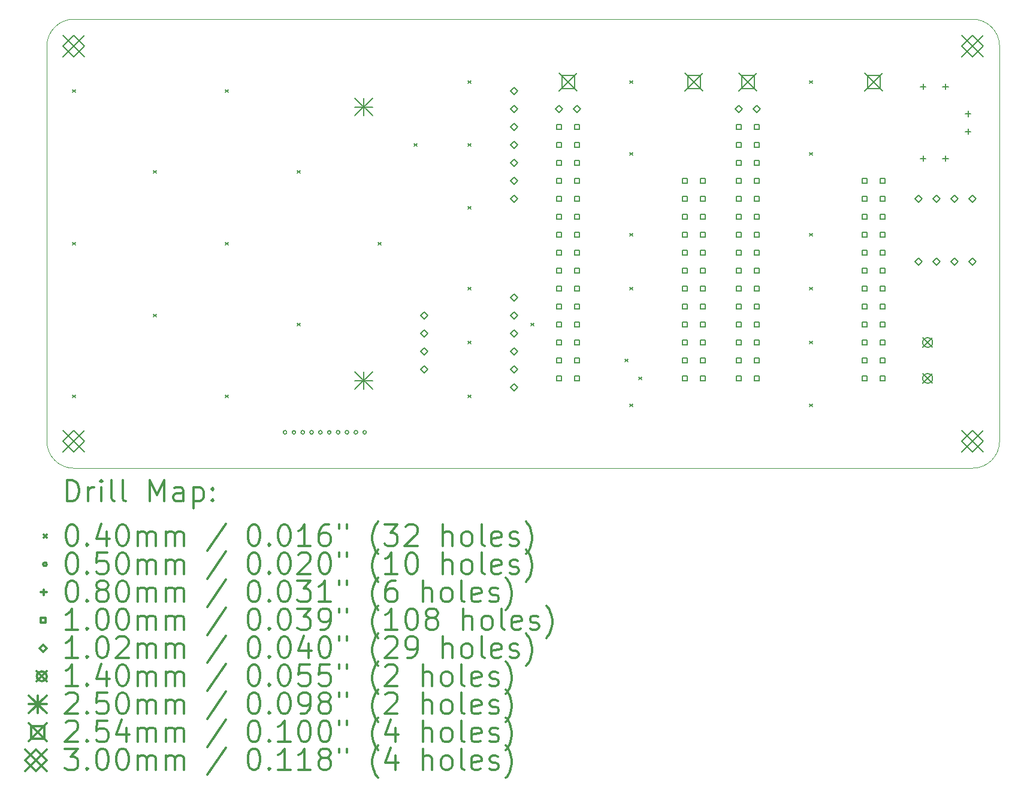
<source format=gbr>
%FSLAX45Y45*%
G04 Gerber Fmt 4.5, Leading zero omitted, Abs format (unit mm)*
G04 Created by KiCad (PCBNEW (5.1.9-0-10_14)) date 2021-05-11 12:02:24*
%MOMM*%
%LPD*%
G01*
G04 APERTURE LIST*
%TA.AperFunction,Profile*%
%ADD10C,0.050000*%
%TD*%
%ADD11C,0.200000*%
%ADD12C,0.300000*%
G04 APERTURE END LIST*
D10*
X24130000Y-10922000D02*
G75*
G02*
X23749000Y-11303000I-381000J0D01*
G01*
X23749000Y-4953000D02*
G75*
G02*
X24130000Y-5334000I0J-381000D01*
G01*
X10668000Y-5334000D02*
G75*
G02*
X11049000Y-4953000I381000J0D01*
G01*
X11049000Y-11303000D02*
G75*
G02*
X10668000Y-10922000I0J381000D01*
G01*
X10668000Y-10922000D02*
X10668000Y-5334000D01*
X23749000Y-11303000D02*
X11049000Y-11303000D01*
X24130000Y-5334000D02*
X24130000Y-10922000D01*
X11049000Y-4953000D02*
X23749000Y-4953000D01*
D11*
X11029000Y-5949000D02*
X11069000Y-5989000D01*
X11069000Y-5949000D02*
X11029000Y-5989000D01*
X11029000Y-8108000D02*
X11069000Y-8148000D01*
X11069000Y-8108000D02*
X11029000Y-8148000D01*
X11029000Y-10267000D02*
X11069000Y-10307000D01*
X11069000Y-10267000D02*
X11029000Y-10307000D01*
X12172000Y-7092000D02*
X12212000Y-7132000D01*
X12212000Y-7092000D02*
X12172000Y-7132000D01*
X12172000Y-9124000D02*
X12212000Y-9164000D01*
X12212000Y-9124000D02*
X12172000Y-9164000D01*
X13188000Y-5949000D02*
X13228000Y-5989000D01*
X13228000Y-5949000D02*
X13188000Y-5989000D01*
X13188000Y-8108000D02*
X13228000Y-8148000D01*
X13228000Y-8108000D02*
X13188000Y-8148000D01*
X13188000Y-10267000D02*
X13228000Y-10307000D01*
X13228000Y-10267000D02*
X13188000Y-10307000D01*
X14204000Y-7092000D02*
X14244000Y-7132000D01*
X14244000Y-7092000D02*
X14204000Y-7132000D01*
X14204000Y-9251000D02*
X14244000Y-9291000D01*
X14244000Y-9251000D02*
X14204000Y-9291000D01*
X15347000Y-8108000D02*
X15387000Y-8148000D01*
X15387000Y-8108000D02*
X15347000Y-8148000D01*
X15855000Y-6711000D02*
X15895000Y-6751000D01*
X15895000Y-6711000D02*
X15855000Y-6751000D01*
X16617000Y-5822000D02*
X16657000Y-5862000D01*
X16657000Y-5822000D02*
X16617000Y-5862000D01*
X16617000Y-6711000D02*
X16657000Y-6751000D01*
X16657000Y-6711000D02*
X16617000Y-6751000D01*
X16617000Y-7600000D02*
X16657000Y-7640000D01*
X16657000Y-7600000D02*
X16617000Y-7640000D01*
X16617000Y-8743000D02*
X16657000Y-8783000D01*
X16657000Y-8743000D02*
X16617000Y-8783000D01*
X16617000Y-9505000D02*
X16657000Y-9545000D01*
X16657000Y-9505000D02*
X16617000Y-9545000D01*
X16617000Y-10267000D02*
X16657000Y-10307000D01*
X16657000Y-10267000D02*
X16617000Y-10307000D01*
X17506000Y-9251000D02*
X17546000Y-9291000D01*
X17546000Y-9251000D02*
X17506000Y-9291000D01*
X18839500Y-9759000D02*
X18879500Y-9799000D01*
X18879500Y-9759000D02*
X18839500Y-9799000D01*
X18903000Y-5822000D02*
X18943000Y-5862000D01*
X18943000Y-5822000D02*
X18903000Y-5862000D01*
X18903000Y-6838000D02*
X18943000Y-6878000D01*
X18943000Y-6838000D02*
X18903000Y-6878000D01*
X18903000Y-7981000D02*
X18943000Y-8021000D01*
X18943000Y-7981000D02*
X18903000Y-8021000D01*
X18903000Y-8743000D02*
X18943000Y-8783000D01*
X18943000Y-8743000D02*
X18903000Y-8783000D01*
X18903000Y-10394000D02*
X18943000Y-10434000D01*
X18943000Y-10394000D02*
X18903000Y-10434000D01*
X19030000Y-10013000D02*
X19070000Y-10053000D01*
X19070000Y-10013000D02*
X19030000Y-10053000D01*
X21443000Y-5822000D02*
X21483000Y-5862000D01*
X21483000Y-5822000D02*
X21443000Y-5862000D01*
X21443000Y-6838000D02*
X21483000Y-6878000D01*
X21483000Y-6838000D02*
X21443000Y-6878000D01*
X21443000Y-7981000D02*
X21483000Y-8021000D01*
X21483000Y-7981000D02*
X21443000Y-8021000D01*
X21443000Y-8743000D02*
X21483000Y-8783000D01*
X21483000Y-8743000D02*
X21443000Y-8783000D01*
X21443000Y-9505000D02*
X21483000Y-9545000D01*
X21483000Y-9505000D02*
X21443000Y-9545000D01*
X21443000Y-10394000D02*
X21483000Y-10434000D01*
X21483000Y-10394000D02*
X21443000Y-10434000D01*
X14058500Y-10795000D02*
G75*
G03*
X14058500Y-10795000I-25000J0D01*
G01*
X14183500Y-10795000D02*
G75*
G03*
X14183500Y-10795000I-25000J0D01*
G01*
X14308500Y-10795000D02*
G75*
G03*
X14308500Y-10795000I-25000J0D01*
G01*
X14433500Y-10795000D02*
G75*
G03*
X14433500Y-10795000I-25000J0D01*
G01*
X14558500Y-10795000D02*
G75*
G03*
X14558500Y-10795000I-25000J0D01*
G01*
X14683500Y-10795000D02*
G75*
G03*
X14683500Y-10795000I-25000J0D01*
G01*
X14808500Y-10795000D02*
G75*
G03*
X14808500Y-10795000I-25000J0D01*
G01*
X14933500Y-10795000D02*
G75*
G03*
X14933500Y-10795000I-25000J0D01*
G01*
X15058500Y-10795000D02*
G75*
G03*
X15058500Y-10795000I-25000J0D01*
G01*
X15183500Y-10795000D02*
G75*
G03*
X15183500Y-10795000I-25000J0D01*
G01*
X23050500Y-5865500D02*
X23050500Y-5945500D01*
X23010500Y-5905500D02*
X23090500Y-5905500D01*
X23050500Y-6881500D02*
X23050500Y-6961500D01*
X23010500Y-6921500D02*
X23090500Y-6921500D01*
X23368000Y-5865500D02*
X23368000Y-5945500D01*
X23328000Y-5905500D02*
X23408000Y-5905500D01*
X23368000Y-6881500D02*
X23368000Y-6961500D01*
X23328000Y-6921500D02*
X23408000Y-6921500D01*
X23685500Y-6250500D02*
X23685500Y-6330500D01*
X23645500Y-6290500D02*
X23725500Y-6290500D01*
X23685500Y-6500500D02*
X23685500Y-6580500D01*
X23645500Y-6540500D02*
X23725500Y-6540500D01*
X17942356Y-6512356D02*
X17942356Y-6441644D01*
X17871644Y-6441644D01*
X17871644Y-6512356D01*
X17942356Y-6512356D01*
X17942356Y-6766356D02*
X17942356Y-6695644D01*
X17871644Y-6695644D01*
X17871644Y-6766356D01*
X17942356Y-6766356D01*
X17942356Y-7020356D02*
X17942356Y-6949644D01*
X17871644Y-6949644D01*
X17871644Y-7020356D01*
X17942356Y-7020356D01*
X17942356Y-7274356D02*
X17942356Y-7203644D01*
X17871644Y-7203644D01*
X17871644Y-7274356D01*
X17942356Y-7274356D01*
X17942356Y-7528356D02*
X17942356Y-7457644D01*
X17871644Y-7457644D01*
X17871644Y-7528356D01*
X17942356Y-7528356D01*
X17942356Y-7782356D02*
X17942356Y-7711644D01*
X17871644Y-7711644D01*
X17871644Y-7782356D01*
X17942356Y-7782356D01*
X17942356Y-8036356D02*
X17942356Y-7965644D01*
X17871644Y-7965644D01*
X17871644Y-8036356D01*
X17942356Y-8036356D01*
X17942356Y-8290356D02*
X17942356Y-8219644D01*
X17871644Y-8219644D01*
X17871644Y-8290356D01*
X17942356Y-8290356D01*
X17942356Y-8544356D02*
X17942356Y-8473644D01*
X17871644Y-8473644D01*
X17871644Y-8544356D01*
X17942356Y-8544356D01*
X17942356Y-8798356D02*
X17942356Y-8727644D01*
X17871644Y-8727644D01*
X17871644Y-8798356D01*
X17942356Y-8798356D01*
X17942356Y-9052356D02*
X17942356Y-8981644D01*
X17871644Y-8981644D01*
X17871644Y-9052356D01*
X17942356Y-9052356D01*
X17942356Y-9306356D02*
X17942356Y-9235644D01*
X17871644Y-9235644D01*
X17871644Y-9306356D01*
X17942356Y-9306356D01*
X17942356Y-9560356D02*
X17942356Y-9489644D01*
X17871644Y-9489644D01*
X17871644Y-9560356D01*
X17942356Y-9560356D01*
X17942356Y-9814356D02*
X17942356Y-9743644D01*
X17871644Y-9743644D01*
X17871644Y-9814356D01*
X17942356Y-9814356D01*
X17942356Y-10068356D02*
X17942356Y-9997644D01*
X17871644Y-9997644D01*
X17871644Y-10068356D01*
X17942356Y-10068356D01*
X18196356Y-6512356D02*
X18196356Y-6441644D01*
X18125644Y-6441644D01*
X18125644Y-6512356D01*
X18196356Y-6512356D01*
X18196356Y-6766356D02*
X18196356Y-6695644D01*
X18125644Y-6695644D01*
X18125644Y-6766356D01*
X18196356Y-6766356D01*
X18196356Y-7020356D02*
X18196356Y-6949644D01*
X18125644Y-6949644D01*
X18125644Y-7020356D01*
X18196356Y-7020356D01*
X18196356Y-7274356D02*
X18196356Y-7203644D01*
X18125644Y-7203644D01*
X18125644Y-7274356D01*
X18196356Y-7274356D01*
X18196356Y-7528356D02*
X18196356Y-7457644D01*
X18125644Y-7457644D01*
X18125644Y-7528356D01*
X18196356Y-7528356D01*
X18196356Y-7782356D02*
X18196356Y-7711644D01*
X18125644Y-7711644D01*
X18125644Y-7782356D01*
X18196356Y-7782356D01*
X18196356Y-8036356D02*
X18196356Y-7965644D01*
X18125644Y-7965644D01*
X18125644Y-8036356D01*
X18196356Y-8036356D01*
X18196356Y-8290356D02*
X18196356Y-8219644D01*
X18125644Y-8219644D01*
X18125644Y-8290356D01*
X18196356Y-8290356D01*
X18196356Y-8544356D02*
X18196356Y-8473644D01*
X18125644Y-8473644D01*
X18125644Y-8544356D01*
X18196356Y-8544356D01*
X18196356Y-8798356D02*
X18196356Y-8727644D01*
X18125644Y-8727644D01*
X18125644Y-8798356D01*
X18196356Y-8798356D01*
X18196356Y-9052356D02*
X18196356Y-8981644D01*
X18125644Y-8981644D01*
X18125644Y-9052356D01*
X18196356Y-9052356D01*
X18196356Y-9306356D02*
X18196356Y-9235644D01*
X18125644Y-9235644D01*
X18125644Y-9306356D01*
X18196356Y-9306356D01*
X18196356Y-9560356D02*
X18196356Y-9489644D01*
X18125644Y-9489644D01*
X18125644Y-9560356D01*
X18196356Y-9560356D01*
X18196356Y-9814356D02*
X18196356Y-9743644D01*
X18125644Y-9743644D01*
X18125644Y-9814356D01*
X18196356Y-9814356D01*
X18196356Y-10068356D02*
X18196356Y-9997644D01*
X18125644Y-9997644D01*
X18125644Y-10068356D01*
X18196356Y-10068356D01*
X19720356Y-7274356D02*
X19720356Y-7203644D01*
X19649644Y-7203644D01*
X19649644Y-7274356D01*
X19720356Y-7274356D01*
X19720356Y-7528356D02*
X19720356Y-7457644D01*
X19649644Y-7457644D01*
X19649644Y-7528356D01*
X19720356Y-7528356D01*
X19720356Y-7782356D02*
X19720356Y-7711644D01*
X19649644Y-7711644D01*
X19649644Y-7782356D01*
X19720356Y-7782356D01*
X19720356Y-8036356D02*
X19720356Y-7965644D01*
X19649644Y-7965644D01*
X19649644Y-8036356D01*
X19720356Y-8036356D01*
X19720356Y-8290356D02*
X19720356Y-8219644D01*
X19649644Y-8219644D01*
X19649644Y-8290356D01*
X19720356Y-8290356D01*
X19720356Y-8544356D02*
X19720356Y-8473644D01*
X19649644Y-8473644D01*
X19649644Y-8544356D01*
X19720356Y-8544356D01*
X19720356Y-8798356D02*
X19720356Y-8727644D01*
X19649644Y-8727644D01*
X19649644Y-8798356D01*
X19720356Y-8798356D01*
X19720356Y-9052356D02*
X19720356Y-8981644D01*
X19649644Y-8981644D01*
X19649644Y-9052356D01*
X19720356Y-9052356D01*
X19720356Y-9306356D02*
X19720356Y-9235644D01*
X19649644Y-9235644D01*
X19649644Y-9306356D01*
X19720356Y-9306356D01*
X19720356Y-9560356D02*
X19720356Y-9489644D01*
X19649644Y-9489644D01*
X19649644Y-9560356D01*
X19720356Y-9560356D01*
X19720356Y-9814356D02*
X19720356Y-9743644D01*
X19649644Y-9743644D01*
X19649644Y-9814356D01*
X19720356Y-9814356D01*
X19720356Y-10068356D02*
X19720356Y-9997644D01*
X19649644Y-9997644D01*
X19649644Y-10068356D01*
X19720356Y-10068356D01*
X19974356Y-7274356D02*
X19974356Y-7203644D01*
X19903644Y-7203644D01*
X19903644Y-7274356D01*
X19974356Y-7274356D01*
X19974356Y-7528356D02*
X19974356Y-7457644D01*
X19903644Y-7457644D01*
X19903644Y-7528356D01*
X19974356Y-7528356D01*
X19974356Y-7782356D02*
X19974356Y-7711644D01*
X19903644Y-7711644D01*
X19903644Y-7782356D01*
X19974356Y-7782356D01*
X19974356Y-8036356D02*
X19974356Y-7965644D01*
X19903644Y-7965644D01*
X19903644Y-8036356D01*
X19974356Y-8036356D01*
X19974356Y-8290356D02*
X19974356Y-8219644D01*
X19903644Y-8219644D01*
X19903644Y-8290356D01*
X19974356Y-8290356D01*
X19974356Y-8544356D02*
X19974356Y-8473644D01*
X19903644Y-8473644D01*
X19903644Y-8544356D01*
X19974356Y-8544356D01*
X19974356Y-8798356D02*
X19974356Y-8727644D01*
X19903644Y-8727644D01*
X19903644Y-8798356D01*
X19974356Y-8798356D01*
X19974356Y-9052356D02*
X19974356Y-8981644D01*
X19903644Y-8981644D01*
X19903644Y-9052356D01*
X19974356Y-9052356D01*
X19974356Y-9306356D02*
X19974356Y-9235644D01*
X19903644Y-9235644D01*
X19903644Y-9306356D01*
X19974356Y-9306356D01*
X19974356Y-9560356D02*
X19974356Y-9489644D01*
X19903644Y-9489644D01*
X19903644Y-9560356D01*
X19974356Y-9560356D01*
X19974356Y-9814356D02*
X19974356Y-9743644D01*
X19903644Y-9743644D01*
X19903644Y-9814356D01*
X19974356Y-9814356D01*
X19974356Y-10068356D02*
X19974356Y-9997644D01*
X19903644Y-9997644D01*
X19903644Y-10068356D01*
X19974356Y-10068356D01*
X20482356Y-6512356D02*
X20482356Y-6441644D01*
X20411644Y-6441644D01*
X20411644Y-6512356D01*
X20482356Y-6512356D01*
X20482356Y-6766356D02*
X20482356Y-6695644D01*
X20411644Y-6695644D01*
X20411644Y-6766356D01*
X20482356Y-6766356D01*
X20482356Y-7020356D02*
X20482356Y-6949644D01*
X20411644Y-6949644D01*
X20411644Y-7020356D01*
X20482356Y-7020356D01*
X20482356Y-7274356D02*
X20482356Y-7203644D01*
X20411644Y-7203644D01*
X20411644Y-7274356D01*
X20482356Y-7274356D01*
X20482356Y-7528356D02*
X20482356Y-7457644D01*
X20411644Y-7457644D01*
X20411644Y-7528356D01*
X20482356Y-7528356D01*
X20482356Y-7782356D02*
X20482356Y-7711644D01*
X20411644Y-7711644D01*
X20411644Y-7782356D01*
X20482356Y-7782356D01*
X20482356Y-8036356D02*
X20482356Y-7965644D01*
X20411644Y-7965644D01*
X20411644Y-8036356D01*
X20482356Y-8036356D01*
X20482356Y-8290356D02*
X20482356Y-8219644D01*
X20411644Y-8219644D01*
X20411644Y-8290356D01*
X20482356Y-8290356D01*
X20482356Y-8544356D02*
X20482356Y-8473644D01*
X20411644Y-8473644D01*
X20411644Y-8544356D01*
X20482356Y-8544356D01*
X20482356Y-8798356D02*
X20482356Y-8727644D01*
X20411644Y-8727644D01*
X20411644Y-8798356D01*
X20482356Y-8798356D01*
X20482356Y-9052356D02*
X20482356Y-8981644D01*
X20411644Y-8981644D01*
X20411644Y-9052356D01*
X20482356Y-9052356D01*
X20482356Y-9306356D02*
X20482356Y-9235644D01*
X20411644Y-9235644D01*
X20411644Y-9306356D01*
X20482356Y-9306356D01*
X20482356Y-9560356D02*
X20482356Y-9489644D01*
X20411644Y-9489644D01*
X20411644Y-9560356D01*
X20482356Y-9560356D01*
X20482356Y-9814356D02*
X20482356Y-9743644D01*
X20411644Y-9743644D01*
X20411644Y-9814356D01*
X20482356Y-9814356D01*
X20482356Y-10068356D02*
X20482356Y-9997644D01*
X20411644Y-9997644D01*
X20411644Y-10068356D01*
X20482356Y-10068356D01*
X20736356Y-6512356D02*
X20736356Y-6441644D01*
X20665644Y-6441644D01*
X20665644Y-6512356D01*
X20736356Y-6512356D01*
X20736356Y-6766356D02*
X20736356Y-6695644D01*
X20665644Y-6695644D01*
X20665644Y-6766356D01*
X20736356Y-6766356D01*
X20736356Y-7020356D02*
X20736356Y-6949644D01*
X20665644Y-6949644D01*
X20665644Y-7020356D01*
X20736356Y-7020356D01*
X20736356Y-7274356D02*
X20736356Y-7203644D01*
X20665644Y-7203644D01*
X20665644Y-7274356D01*
X20736356Y-7274356D01*
X20736356Y-7528356D02*
X20736356Y-7457644D01*
X20665644Y-7457644D01*
X20665644Y-7528356D01*
X20736356Y-7528356D01*
X20736356Y-7782356D02*
X20736356Y-7711644D01*
X20665644Y-7711644D01*
X20665644Y-7782356D01*
X20736356Y-7782356D01*
X20736356Y-8036356D02*
X20736356Y-7965644D01*
X20665644Y-7965644D01*
X20665644Y-8036356D01*
X20736356Y-8036356D01*
X20736356Y-8290356D02*
X20736356Y-8219644D01*
X20665644Y-8219644D01*
X20665644Y-8290356D01*
X20736356Y-8290356D01*
X20736356Y-8544356D02*
X20736356Y-8473644D01*
X20665644Y-8473644D01*
X20665644Y-8544356D01*
X20736356Y-8544356D01*
X20736356Y-8798356D02*
X20736356Y-8727644D01*
X20665644Y-8727644D01*
X20665644Y-8798356D01*
X20736356Y-8798356D01*
X20736356Y-9052356D02*
X20736356Y-8981644D01*
X20665644Y-8981644D01*
X20665644Y-9052356D01*
X20736356Y-9052356D01*
X20736356Y-9306356D02*
X20736356Y-9235644D01*
X20665644Y-9235644D01*
X20665644Y-9306356D01*
X20736356Y-9306356D01*
X20736356Y-9560356D02*
X20736356Y-9489644D01*
X20665644Y-9489644D01*
X20665644Y-9560356D01*
X20736356Y-9560356D01*
X20736356Y-9814356D02*
X20736356Y-9743644D01*
X20665644Y-9743644D01*
X20665644Y-9814356D01*
X20736356Y-9814356D01*
X20736356Y-10068356D02*
X20736356Y-9997644D01*
X20665644Y-9997644D01*
X20665644Y-10068356D01*
X20736356Y-10068356D01*
X22260356Y-7274356D02*
X22260356Y-7203644D01*
X22189644Y-7203644D01*
X22189644Y-7274356D01*
X22260356Y-7274356D01*
X22260356Y-7528356D02*
X22260356Y-7457644D01*
X22189644Y-7457644D01*
X22189644Y-7528356D01*
X22260356Y-7528356D01*
X22260356Y-7782356D02*
X22260356Y-7711644D01*
X22189644Y-7711644D01*
X22189644Y-7782356D01*
X22260356Y-7782356D01*
X22260356Y-8036356D02*
X22260356Y-7965644D01*
X22189644Y-7965644D01*
X22189644Y-8036356D01*
X22260356Y-8036356D01*
X22260356Y-8290356D02*
X22260356Y-8219644D01*
X22189644Y-8219644D01*
X22189644Y-8290356D01*
X22260356Y-8290356D01*
X22260356Y-8544356D02*
X22260356Y-8473644D01*
X22189644Y-8473644D01*
X22189644Y-8544356D01*
X22260356Y-8544356D01*
X22260356Y-8798356D02*
X22260356Y-8727644D01*
X22189644Y-8727644D01*
X22189644Y-8798356D01*
X22260356Y-8798356D01*
X22260356Y-9052356D02*
X22260356Y-8981644D01*
X22189644Y-8981644D01*
X22189644Y-9052356D01*
X22260356Y-9052356D01*
X22260356Y-9306356D02*
X22260356Y-9235644D01*
X22189644Y-9235644D01*
X22189644Y-9306356D01*
X22260356Y-9306356D01*
X22260356Y-9560356D02*
X22260356Y-9489644D01*
X22189644Y-9489644D01*
X22189644Y-9560356D01*
X22260356Y-9560356D01*
X22260356Y-9814356D02*
X22260356Y-9743644D01*
X22189644Y-9743644D01*
X22189644Y-9814356D01*
X22260356Y-9814356D01*
X22260356Y-10068356D02*
X22260356Y-9997644D01*
X22189644Y-9997644D01*
X22189644Y-10068356D01*
X22260356Y-10068356D01*
X22514356Y-7274356D02*
X22514356Y-7203644D01*
X22443644Y-7203644D01*
X22443644Y-7274356D01*
X22514356Y-7274356D01*
X22514356Y-7528356D02*
X22514356Y-7457644D01*
X22443644Y-7457644D01*
X22443644Y-7528356D01*
X22514356Y-7528356D01*
X22514356Y-7782356D02*
X22514356Y-7711644D01*
X22443644Y-7711644D01*
X22443644Y-7782356D01*
X22514356Y-7782356D01*
X22514356Y-8036356D02*
X22514356Y-7965644D01*
X22443644Y-7965644D01*
X22443644Y-8036356D01*
X22514356Y-8036356D01*
X22514356Y-8290356D02*
X22514356Y-8219644D01*
X22443644Y-8219644D01*
X22443644Y-8290356D01*
X22514356Y-8290356D01*
X22514356Y-8544356D02*
X22514356Y-8473644D01*
X22443644Y-8473644D01*
X22443644Y-8544356D01*
X22514356Y-8544356D01*
X22514356Y-8798356D02*
X22514356Y-8727644D01*
X22443644Y-8727644D01*
X22443644Y-8798356D01*
X22514356Y-8798356D01*
X22514356Y-9052356D02*
X22514356Y-8981644D01*
X22443644Y-8981644D01*
X22443644Y-9052356D01*
X22514356Y-9052356D01*
X22514356Y-9306356D02*
X22514356Y-9235644D01*
X22443644Y-9235644D01*
X22443644Y-9306356D01*
X22514356Y-9306356D01*
X22514356Y-9560356D02*
X22514356Y-9489644D01*
X22443644Y-9489644D01*
X22443644Y-9560356D01*
X22514356Y-9560356D01*
X22514356Y-9814356D02*
X22514356Y-9743644D01*
X22443644Y-9743644D01*
X22443644Y-9814356D01*
X22514356Y-9814356D01*
X22514356Y-10068356D02*
X22514356Y-9997644D01*
X22443644Y-9997644D01*
X22443644Y-10068356D01*
X22514356Y-10068356D01*
X16002000Y-9194800D02*
X16052800Y-9144000D01*
X16002000Y-9093200D01*
X15951200Y-9144000D01*
X16002000Y-9194800D01*
X16002000Y-9448800D02*
X16052800Y-9398000D01*
X16002000Y-9347200D01*
X15951200Y-9398000D01*
X16002000Y-9448800D01*
X16002000Y-9702800D02*
X16052800Y-9652000D01*
X16002000Y-9601200D01*
X15951200Y-9652000D01*
X16002000Y-9702800D01*
X16002000Y-9956800D02*
X16052800Y-9906000D01*
X16002000Y-9855200D01*
X15951200Y-9906000D01*
X16002000Y-9956800D01*
X17272000Y-6019800D02*
X17322800Y-5969000D01*
X17272000Y-5918200D01*
X17221200Y-5969000D01*
X17272000Y-6019800D01*
X17272000Y-6273800D02*
X17322800Y-6223000D01*
X17272000Y-6172200D01*
X17221200Y-6223000D01*
X17272000Y-6273800D01*
X17272000Y-6527800D02*
X17322800Y-6477000D01*
X17272000Y-6426200D01*
X17221200Y-6477000D01*
X17272000Y-6527800D01*
X17272000Y-6781800D02*
X17322800Y-6731000D01*
X17272000Y-6680200D01*
X17221200Y-6731000D01*
X17272000Y-6781800D01*
X17272000Y-7035800D02*
X17322800Y-6985000D01*
X17272000Y-6934200D01*
X17221200Y-6985000D01*
X17272000Y-7035800D01*
X17272000Y-7289800D02*
X17322800Y-7239000D01*
X17272000Y-7188200D01*
X17221200Y-7239000D01*
X17272000Y-7289800D01*
X17272000Y-7543800D02*
X17322800Y-7493000D01*
X17272000Y-7442200D01*
X17221200Y-7493000D01*
X17272000Y-7543800D01*
X17272000Y-8940800D02*
X17322800Y-8890000D01*
X17272000Y-8839200D01*
X17221200Y-8890000D01*
X17272000Y-8940800D01*
X17272000Y-9194800D02*
X17322800Y-9144000D01*
X17272000Y-9093200D01*
X17221200Y-9144000D01*
X17272000Y-9194800D01*
X17272000Y-9448800D02*
X17322800Y-9398000D01*
X17272000Y-9347200D01*
X17221200Y-9398000D01*
X17272000Y-9448800D01*
X17272000Y-9702800D02*
X17322800Y-9652000D01*
X17272000Y-9601200D01*
X17221200Y-9652000D01*
X17272000Y-9702800D01*
X17272000Y-9956800D02*
X17322800Y-9906000D01*
X17272000Y-9855200D01*
X17221200Y-9906000D01*
X17272000Y-9956800D01*
X17272000Y-10210800D02*
X17322800Y-10160000D01*
X17272000Y-10109200D01*
X17221200Y-10160000D01*
X17272000Y-10210800D01*
X17907000Y-6273800D02*
X17957800Y-6223000D01*
X17907000Y-6172200D01*
X17856200Y-6223000D01*
X17907000Y-6273800D01*
X18161000Y-6273800D02*
X18211800Y-6223000D01*
X18161000Y-6172200D01*
X18110200Y-6223000D01*
X18161000Y-6273800D01*
X20447000Y-6273800D02*
X20497800Y-6223000D01*
X20447000Y-6172200D01*
X20396200Y-6223000D01*
X20447000Y-6273800D01*
X20701000Y-6273800D02*
X20751800Y-6223000D01*
X20701000Y-6172200D01*
X20650200Y-6223000D01*
X20701000Y-6273800D01*
X22987000Y-7543800D02*
X23037800Y-7493000D01*
X22987000Y-7442200D01*
X22936200Y-7493000D01*
X22987000Y-7543800D01*
X22987000Y-8432800D02*
X23037800Y-8382000D01*
X22987000Y-8331200D01*
X22936200Y-8382000D01*
X22987000Y-8432800D01*
X23241000Y-7543800D02*
X23291800Y-7493000D01*
X23241000Y-7442200D01*
X23190200Y-7493000D01*
X23241000Y-7543800D01*
X23241000Y-8432800D02*
X23291800Y-8382000D01*
X23241000Y-8331200D01*
X23190200Y-8382000D01*
X23241000Y-8432800D01*
X23495000Y-7543800D02*
X23545800Y-7493000D01*
X23495000Y-7442200D01*
X23444200Y-7493000D01*
X23495000Y-7543800D01*
X23495000Y-8432800D02*
X23545800Y-8382000D01*
X23495000Y-8331200D01*
X23444200Y-8382000D01*
X23495000Y-8432800D01*
X23749000Y-7543800D02*
X23799800Y-7493000D01*
X23749000Y-7442200D01*
X23698200Y-7493000D01*
X23749000Y-7543800D01*
X23749000Y-8432800D02*
X23799800Y-8382000D01*
X23749000Y-8331200D01*
X23698200Y-8382000D01*
X23749000Y-8432800D01*
X23044000Y-9455000D02*
X23184000Y-9595000D01*
X23184000Y-9455000D02*
X23044000Y-9595000D01*
X23184000Y-9525000D02*
G75*
G03*
X23184000Y-9525000I-70000J0D01*
G01*
X23044000Y-9963000D02*
X23184000Y-10103000D01*
X23184000Y-9963000D02*
X23044000Y-10103000D01*
X23184000Y-10033000D02*
G75*
G03*
X23184000Y-10033000I-70000J0D01*
G01*
X15018000Y-6068000D02*
X15268000Y-6318000D01*
X15268000Y-6068000D02*
X15018000Y-6318000D01*
X15143000Y-6068000D02*
X15143000Y-6318000D01*
X15018000Y-6193000D02*
X15268000Y-6193000D01*
X15018000Y-9938000D02*
X15268000Y-10188000D01*
X15268000Y-9938000D02*
X15018000Y-10188000D01*
X15143000Y-9938000D02*
X15143000Y-10188000D01*
X15018000Y-10063000D02*
X15268000Y-10063000D01*
X17907000Y-5715000D02*
X18161000Y-5969000D01*
X18161000Y-5715000D02*
X17907000Y-5969000D01*
X18123803Y-5931803D02*
X18123803Y-5752197D01*
X17944197Y-5752197D01*
X17944197Y-5931803D01*
X18123803Y-5931803D01*
X19685000Y-5715000D02*
X19939000Y-5969000D01*
X19939000Y-5715000D02*
X19685000Y-5969000D01*
X19901803Y-5931803D02*
X19901803Y-5752197D01*
X19722197Y-5752197D01*
X19722197Y-5931803D01*
X19901803Y-5931803D01*
X20447000Y-5715000D02*
X20701000Y-5969000D01*
X20701000Y-5715000D02*
X20447000Y-5969000D01*
X20663803Y-5931803D02*
X20663803Y-5752197D01*
X20484197Y-5752197D01*
X20484197Y-5931803D01*
X20663803Y-5931803D01*
X22225000Y-5715000D02*
X22479000Y-5969000D01*
X22479000Y-5715000D02*
X22225000Y-5969000D01*
X22441803Y-5931803D02*
X22441803Y-5752197D01*
X22262197Y-5752197D01*
X22262197Y-5931803D01*
X22441803Y-5931803D01*
X10899000Y-5184000D02*
X11199000Y-5484000D01*
X11199000Y-5184000D02*
X10899000Y-5484000D01*
X11049000Y-5484000D02*
X11199000Y-5334000D01*
X11049000Y-5184000D01*
X10899000Y-5334000D01*
X11049000Y-5484000D01*
X10899000Y-10772000D02*
X11199000Y-11072000D01*
X11199000Y-10772000D02*
X10899000Y-11072000D01*
X11049000Y-11072000D02*
X11199000Y-10922000D01*
X11049000Y-10772000D01*
X10899000Y-10922000D01*
X11049000Y-11072000D01*
X23599000Y-5184000D02*
X23899000Y-5484000D01*
X23899000Y-5184000D02*
X23599000Y-5484000D01*
X23749000Y-5484000D02*
X23899000Y-5334000D01*
X23749000Y-5184000D01*
X23599000Y-5334000D01*
X23749000Y-5484000D01*
X23599000Y-10772000D02*
X23899000Y-11072000D01*
X23899000Y-10772000D02*
X23599000Y-11072000D01*
X23749000Y-11072000D02*
X23899000Y-10922000D01*
X23749000Y-10772000D01*
X23599000Y-10922000D01*
X23749000Y-11072000D01*
D12*
X10951928Y-11771214D02*
X10951928Y-11471214D01*
X11023357Y-11471214D01*
X11066214Y-11485500D01*
X11094786Y-11514071D01*
X11109071Y-11542643D01*
X11123357Y-11599786D01*
X11123357Y-11642643D01*
X11109071Y-11699786D01*
X11094786Y-11728357D01*
X11066214Y-11756929D01*
X11023357Y-11771214D01*
X10951928Y-11771214D01*
X11251928Y-11771214D02*
X11251928Y-11571214D01*
X11251928Y-11628357D02*
X11266214Y-11599786D01*
X11280500Y-11585500D01*
X11309071Y-11571214D01*
X11337643Y-11571214D01*
X11437643Y-11771214D02*
X11437643Y-11571214D01*
X11437643Y-11471214D02*
X11423357Y-11485500D01*
X11437643Y-11499786D01*
X11451928Y-11485500D01*
X11437643Y-11471214D01*
X11437643Y-11499786D01*
X11623357Y-11771214D02*
X11594786Y-11756929D01*
X11580500Y-11728357D01*
X11580500Y-11471214D01*
X11780500Y-11771214D02*
X11751928Y-11756929D01*
X11737643Y-11728357D01*
X11737643Y-11471214D01*
X12123357Y-11771214D02*
X12123357Y-11471214D01*
X12223357Y-11685500D01*
X12323357Y-11471214D01*
X12323357Y-11771214D01*
X12594786Y-11771214D02*
X12594786Y-11614071D01*
X12580500Y-11585500D01*
X12551928Y-11571214D01*
X12494786Y-11571214D01*
X12466214Y-11585500D01*
X12594786Y-11756929D02*
X12566214Y-11771214D01*
X12494786Y-11771214D01*
X12466214Y-11756929D01*
X12451928Y-11728357D01*
X12451928Y-11699786D01*
X12466214Y-11671214D01*
X12494786Y-11656929D01*
X12566214Y-11656929D01*
X12594786Y-11642643D01*
X12737643Y-11571214D02*
X12737643Y-11871214D01*
X12737643Y-11585500D02*
X12766214Y-11571214D01*
X12823357Y-11571214D01*
X12851928Y-11585500D01*
X12866214Y-11599786D01*
X12880500Y-11628357D01*
X12880500Y-11714071D01*
X12866214Y-11742643D01*
X12851928Y-11756929D01*
X12823357Y-11771214D01*
X12766214Y-11771214D01*
X12737643Y-11756929D01*
X13009071Y-11742643D02*
X13023357Y-11756929D01*
X13009071Y-11771214D01*
X12994786Y-11756929D01*
X13009071Y-11742643D01*
X13009071Y-11771214D01*
X13009071Y-11585500D02*
X13023357Y-11599786D01*
X13009071Y-11614071D01*
X12994786Y-11599786D01*
X13009071Y-11585500D01*
X13009071Y-11614071D01*
X10625500Y-12245500D02*
X10665500Y-12285500D01*
X10665500Y-12245500D02*
X10625500Y-12285500D01*
X11009071Y-12101214D02*
X11037643Y-12101214D01*
X11066214Y-12115500D01*
X11080500Y-12129786D01*
X11094786Y-12158357D01*
X11109071Y-12215500D01*
X11109071Y-12286929D01*
X11094786Y-12344071D01*
X11080500Y-12372643D01*
X11066214Y-12386929D01*
X11037643Y-12401214D01*
X11009071Y-12401214D01*
X10980500Y-12386929D01*
X10966214Y-12372643D01*
X10951928Y-12344071D01*
X10937643Y-12286929D01*
X10937643Y-12215500D01*
X10951928Y-12158357D01*
X10966214Y-12129786D01*
X10980500Y-12115500D01*
X11009071Y-12101214D01*
X11237643Y-12372643D02*
X11251928Y-12386929D01*
X11237643Y-12401214D01*
X11223357Y-12386929D01*
X11237643Y-12372643D01*
X11237643Y-12401214D01*
X11509071Y-12201214D02*
X11509071Y-12401214D01*
X11437643Y-12086929D02*
X11366214Y-12301214D01*
X11551928Y-12301214D01*
X11723357Y-12101214D02*
X11751928Y-12101214D01*
X11780500Y-12115500D01*
X11794786Y-12129786D01*
X11809071Y-12158357D01*
X11823357Y-12215500D01*
X11823357Y-12286929D01*
X11809071Y-12344071D01*
X11794786Y-12372643D01*
X11780500Y-12386929D01*
X11751928Y-12401214D01*
X11723357Y-12401214D01*
X11694786Y-12386929D01*
X11680500Y-12372643D01*
X11666214Y-12344071D01*
X11651928Y-12286929D01*
X11651928Y-12215500D01*
X11666214Y-12158357D01*
X11680500Y-12129786D01*
X11694786Y-12115500D01*
X11723357Y-12101214D01*
X11951928Y-12401214D02*
X11951928Y-12201214D01*
X11951928Y-12229786D02*
X11966214Y-12215500D01*
X11994786Y-12201214D01*
X12037643Y-12201214D01*
X12066214Y-12215500D01*
X12080500Y-12244071D01*
X12080500Y-12401214D01*
X12080500Y-12244071D02*
X12094786Y-12215500D01*
X12123357Y-12201214D01*
X12166214Y-12201214D01*
X12194786Y-12215500D01*
X12209071Y-12244071D01*
X12209071Y-12401214D01*
X12351928Y-12401214D02*
X12351928Y-12201214D01*
X12351928Y-12229786D02*
X12366214Y-12215500D01*
X12394786Y-12201214D01*
X12437643Y-12201214D01*
X12466214Y-12215500D01*
X12480500Y-12244071D01*
X12480500Y-12401214D01*
X12480500Y-12244071D02*
X12494786Y-12215500D01*
X12523357Y-12201214D01*
X12566214Y-12201214D01*
X12594786Y-12215500D01*
X12609071Y-12244071D01*
X12609071Y-12401214D01*
X13194786Y-12086929D02*
X12937643Y-12472643D01*
X13580500Y-12101214D02*
X13609071Y-12101214D01*
X13637643Y-12115500D01*
X13651928Y-12129786D01*
X13666214Y-12158357D01*
X13680500Y-12215500D01*
X13680500Y-12286929D01*
X13666214Y-12344071D01*
X13651928Y-12372643D01*
X13637643Y-12386929D01*
X13609071Y-12401214D01*
X13580500Y-12401214D01*
X13551928Y-12386929D01*
X13537643Y-12372643D01*
X13523357Y-12344071D01*
X13509071Y-12286929D01*
X13509071Y-12215500D01*
X13523357Y-12158357D01*
X13537643Y-12129786D01*
X13551928Y-12115500D01*
X13580500Y-12101214D01*
X13809071Y-12372643D02*
X13823357Y-12386929D01*
X13809071Y-12401214D01*
X13794786Y-12386929D01*
X13809071Y-12372643D01*
X13809071Y-12401214D01*
X14009071Y-12101214D02*
X14037643Y-12101214D01*
X14066214Y-12115500D01*
X14080500Y-12129786D01*
X14094786Y-12158357D01*
X14109071Y-12215500D01*
X14109071Y-12286929D01*
X14094786Y-12344071D01*
X14080500Y-12372643D01*
X14066214Y-12386929D01*
X14037643Y-12401214D01*
X14009071Y-12401214D01*
X13980500Y-12386929D01*
X13966214Y-12372643D01*
X13951928Y-12344071D01*
X13937643Y-12286929D01*
X13937643Y-12215500D01*
X13951928Y-12158357D01*
X13966214Y-12129786D01*
X13980500Y-12115500D01*
X14009071Y-12101214D01*
X14394786Y-12401214D02*
X14223357Y-12401214D01*
X14309071Y-12401214D02*
X14309071Y-12101214D01*
X14280500Y-12144071D01*
X14251928Y-12172643D01*
X14223357Y-12186929D01*
X14651928Y-12101214D02*
X14594786Y-12101214D01*
X14566214Y-12115500D01*
X14551928Y-12129786D01*
X14523357Y-12172643D01*
X14509071Y-12229786D01*
X14509071Y-12344071D01*
X14523357Y-12372643D01*
X14537643Y-12386929D01*
X14566214Y-12401214D01*
X14623357Y-12401214D01*
X14651928Y-12386929D01*
X14666214Y-12372643D01*
X14680500Y-12344071D01*
X14680500Y-12272643D01*
X14666214Y-12244071D01*
X14651928Y-12229786D01*
X14623357Y-12215500D01*
X14566214Y-12215500D01*
X14537643Y-12229786D01*
X14523357Y-12244071D01*
X14509071Y-12272643D01*
X14794786Y-12101214D02*
X14794786Y-12158357D01*
X14909071Y-12101214D02*
X14909071Y-12158357D01*
X15351928Y-12515500D02*
X15337643Y-12501214D01*
X15309071Y-12458357D01*
X15294786Y-12429786D01*
X15280500Y-12386929D01*
X15266214Y-12315500D01*
X15266214Y-12258357D01*
X15280500Y-12186929D01*
X15294786Y-12144071D01*
X15309071Y-12115500D01*
X15337643Y-12072643D01*
X15351928Y-12058357D01*
X15437643Y-12101214D02*
X15623357Y-12101214D01*
X15523357Y-12215500D01*
X15566214Y-12215500D01*
X15594786Y-12229786D01*
X15609071Y-12244071D01*
X15623357Y-12272643D01*
X15623357Y-12344071D01*
X15609071Y-12372643D01*
X15594786Y-12386929D01*
X15566214Y-12401214D01*
X15480500Y-12401214D01*
X15451928Y-12386929D01*
X15437643Y-12372643D01*
X15737643Y-12129786D02*
X15751928Y-12115500D01*
X15780500Y-12101214D01*
X15851928Y-12101214D01*
X15880500Y-12115500D01*
X15894786Y-12129786D01*
X15909071Y-12158357D01*
X15909071Y-12186929D01*
X15894786Y-12229786D01*
X15723357Y-12401214D01*
X15909071Y-12401214D01*
X16266214Y-12401214D02*
X16266214Y-12101214D01*
X16394786Y-12401214D02*
X16394786Y-12244071D01*
X16380500Y-12215500D01*
X16351928Y-12201214D01*
X16309071Y-12201214D01*
X16280500Y-12215500D01*
X16266214Y-12229786D01*
X16580500Y-12401214D02*
X16551928Y-12386929D01*
X16537643Y-12372643D01*
X16523357Y-12344071D01*
X16523357Y-12258357D01*
X16537643Y-12229786D01*
X16551928Y-12215500D01*
X16580500Y-12201214D01*
X16623357Y-12201214D01*
X16651928Y-12215500D01*
X16666214Y-12229786D01*
X16680500Y-12258357D01*
X16680500Y-12344071D01*
X16666214Y-12372643D01*
X16651928Y-12386929D01*
X16623357Y-12401214D01*
X16580500Y-12401214D01*
X16851928Y-12401214D02*
X16823357Y-12386929D01*
X16809071Y-12358357D01*
X16809071Y-12101214D01*
X17080500Y-12386929D02*
X17051928Y-12401214D01*
X16994786Y-12401214D01*
X16966214Y-12386929D01*
X16951928Y-12358357D01*
X16951928Y-12244071D01*
X16966214Y-12215500D01*
X16994786Y-12201214D01*
X17051928Y-12201214D01*
X17080500Y-12215500D01*
X17094786Y-12244071D01*
X17094786Y-12272643D01*
X16951928Y-12301214D01*
X17209071Y-12386929D02*
X17237643Y-12401214D01*
X17294786Y-12401214D01*
X17323357Y-12386929D01*
X17337643Y-12358357D01*
X17337643Y-12344071D01*
X17323357Y-12315500D01*
X17294786Y-12301214D01*
X17251928Y-12301214D01*
X17223357Y-12286929D01*
X17209071Y-12258357D01*
X17209071Y-12244071D01*
X17223357Y-12215500D01*
X17251928Y-12201214D01*
X17294786Y-12201214D01*
X17323357Y-12215500D01*
X17437643Y-12515500D02*
X17451928Y-12501214D01*
X17480500Y-12458357D01*
X17494786Y-12429786D01*
X17509071Y-12386929D01*
X17523357Y-12315500D01*
X17523357Y-12258357D01*
X17509071Y-12186929D01*
X17494786Y-12144071D01*
X17480500Y-12115500D01*
X17451928Y-12072643D01*
X17437643Y-12058357D01*
X10665500Y-12661500D02*
G75*
G03*
X10665500Y-12661500I-25000J0D01*
G01*
X11009071Y-12497214D02*
X11037643Y-12497214D01*
X11066214Y-12511500D01*
X11080500Y-12525786D01*
X11094786Y-12554357D01*
X11109071Y-12611500D01*
X11109071Y-12682929D01*
X11094786Y-12740071D01*
X11080500Y-12768643D01*
X11066214Y-12782929D01*
X11037643Y-12797214D01*
X11009071Y-12797214D01*
X10980500Y-12782929D01*
X10966214Y-12768643D01*
X10951928Y-12740071D01*
X10937643Y-12682929D01*
X10937643Y-12611500D01*
X10951928Y-12554357D01*
X10966214Y-12525786D01*
X10980500Y-12511500D01*
X11009071Y-12497214D01*
X11237643Y-12768643D02*
X11251928Y-12782929D01*
X11237643Y-12797214D01*
X11223357Y-12782929D01*
X11237643Y-12768643D01*
X11237643Y-12797214D01*
X11523357Y-12497214D02*
X11380500Y-12497214D01*
X11366214Y-12640071D01*
X11380500Y-12625786D01*
X11409071Y-12611500D01*
X11480500Y-12611500D01*
X11509071Y-12625786D01*
X11523357Y-12640071D01*
X11537643Y-12668643D01*
X11537643Y-12740071D01*
X11523357Y-12768643D01*
X11509071Y-12782929D01*
X11480500Y-12797214D01*
X11409071Y-12797214D01*
X11380500Y-12782929D01*
X11366214Y-12768643D01*
X11723357Y-12497214D02*
X11751928Y-12497214D01*
X11780500Y-12511500D01*
X11794786Y-12525786D01*
X11809071Y-12554357D01*
X11823357Y-12611500D01*
X11823357Y-12682929D01*
X11809071Y-12740071D01*
X11794786Y-12768643D01*
X11780500Y-12782929D01*
X11751928Y-12797214D01*
X11723357Y-12797214D01*
X11694786Y-12782929D01*
X11680500Y-12768643D01*
X11666214Y-12740071D01*
X11651928Y-12682929D01*
X11651928Y-12611500D01*
X11666214Y-12554357D01*
X11680500Y-12525786D01*
X11694786Y-12511500D01*
X11723357Y-12497214D01*
X11951928Y-12797214D02*
X11951928Y-12597214D01*
X11951928Y-12625786D02*
X11966214Y-12611500D01*
X11994786Y-12597214D01*
X12037643Y-12597214D01*
X12066214Y-12611500D01*
X12080500Y-12640071D01*
X12080500Y-12797214D01*
X12080500Y-12640071D02*
X12094786Y-12611500D01*
X12123357Y-12597214D01*
X12166214Y-12597214D01*
X12194786Y-12611500D01*
X12209071Y-12640071D01*
X12209071Y-12797214D01*
X12351928Y-12797214D02*
X12351928Y-12597214D01*
X12351928Y-12625786D02*
X12366214Y-12611500D01*
X12394786Y-12597214D01*
X12437643Y-12597214D01*
X12466214Y-12611500D01*
X12480500Y-12640071D01*
X12480500Y-12797214D01*
X12480500Y-12640071D02*
X12494786Y-12611500D01*
X12523357Y-12597214D01*
X12566214Y-12597214D01*
X12594786Y-12611500D01*
X12609071Y-12640071D01*
X12609071Y-12797214D01*
X13194786Y-12482929D02*
X12937643Y-12868643D01*
X13580500Y-12497214D02*
X13609071Y-12497214D01*
X13637643Y-12511500D01*
X13651928Y-12525786D01*
X13666214Y-12554357D01*
X13680500Y-12611500D01*
X13680500Y-12682929D01*
X13666214Y-12740071D01*
X13651928Y-12768643D01*
X13637643Y-12782929D01*
X13609071Y-12797214D01*
X13580500Y-12797214D01*
X13551928Y-12782929D01*
X13537643Y-12768643D01*
X13523357Y-12740071D01*
X13509071Y-12682929D01*
X13509071Y-12611500D01*
X13523357Y-12554357D01*
X13537643Y-12525786D01*
X13551928Y-12511500D01*
X13580500Y-12497214D01*
X13809071Y-12768643D02*
X13823357Y-12782929D01*
X13809071Y-12797214D01*
X13794786Y-12782929D01*
X13809071Y-12768643D01*
X13809071Y-12797214D01*
X14009071Y-12497214D02*
X14037643Y-12497214D01*
X14066214Y-12511500D01*
X14080500Y-12525786D01*
X14094786Y-12554357D01*
X14109071Y-12611500D01*
X14109071Y-12682929D01*
X14094786Y-12740071D01*
X14080500Y-12768643D01*
X14066214Y-12782929D01*
X14037643Y-12797214D01*
X14009071Y-12797214D01*
X13980500Y-12782929D01*
X13966214Y-12768643D01*
X13951928Y-12740071D01*
X13937643Y-12682929D01*
X13937643Y-12611500D01*
X13951928Y-12554357D01*
X13966214Y-12525786D01*
X13980500Y-12511500D01*
X14009071Y-12497214D01*
X14223357Y-12525786D02*
X14237643Y-12511500D01*
X14266214Y-12497214D01*
X14337643Y-12497214D01*
X14366214Y-12511500D01*
X14380500Y-12525786D01*
X14394786Y-12554357D01*
X14394786Y-12582929D01*
X14380500Y-12625786D01*
X14209071Y-12797214D01*
X14394786Y-12797214D01*
X14580500Y-12497214D02*
X14609071Y-12497214D01*
X14637643Y-12511500D01*
X14651928Y-12525786D01*
X14666214Y-12554357D01*
X14680500Y-12611500D01*
X14680500Y-12682929D01*
X14666214Y-12740071D01*
X14651928Y-12768643D01*
X14637643Y-12782929D01*
X14609071Y-12797214D01*
X14580500Y-12797214D01*
X14551928Y-12782929D01*
X14537643Y-12768643D01*
X14523357Y-12740071D01*
X14509071Y-12682929D01*
X14509071Y-12611500D01*
X14523357Y-12554357D01*
X14537643Y-12525786D01*
X14551928Y-12511500D01*
X14580500Y-12497214D01*
X14794786Y-12497214D02*
X14794786Y-12554357D01*
X14909071Y-12497214D02*
X14909071Y-12554357D01*
X15351928Y-12911500D02*
X15337643Y-12897214D01*
X15309071Y-12854357D01*
X15294786Y-12825786D01*
X15280500Y-12782929D01*
X15266214Y-12711500D01*
X15266214Y-12654357D01*
X15280500Y-12582929D01*
X15294786Y-12540071D01*
X15309071Y-12511500D01*
X15337643Y-12468643D01*
X15351928Y-12454357D01*
X15623357Y-12797214D02*
X15451928Y-12797214D01*
X15537643Y-12797214D02*
X15537643Y-12497214D01*
X15509071Y-12540071D01*
X15480500Y-12568643D01*
X15451928Y-12582929D01*
X15809071Y-12497214D02*
X15837643Y-12497214D01*
X15866214Y-12511500D01*
X15880500Y-12525786D01*
X15894786Y-12554357D01*
X15909071Y-12611500D01*
X15909071Y-12682929D01*
X15894786Y-12740071D01*
X15880500Y-12768643D01*
X15866214Y-12782929D01*
X15837643Y-12797214D01*
X15809071Y-12797214D01*
X15780500Y-12782929D01*
X15766214Y-12768643D01*
X15751928Y-12740071D01*
X15737643Y-12682929D01*
X15737643Y-12611500D01*
X15751928Y-12554357D01*
X15766214Y-12525786D01*
X15780500Y-12511500D01*
X15809071Y-12497214D01*
X16266214Y-12797214D02*
X16266214Y-12497214D01*
X16394786Y-12797214D02*
X16394786Y-12640071D01*
X16380500Y-12611500D01*
X16351928Y-12597214D01*
X16309071Y-12597214D01*
X16280500Y-12611500D01*
X16266214Y-12625786D01*
X16580500Y-12797214D02*
X16551928Y-12782929D01*
X16537643Y-12768643D01*
X16523357Y-12740071D01*
X16523357Y-12654357D01*
X16537643Y-12625786D01*
X16551928Y-12611500D01*
X16580500Y-12597214D01*
X16623357Y-12597214D01*
X16651928Y-12611500D01*
X16666214Y-12625786D01*
X16680500Y-12654357D01*
X16680500Y-12740071D01*
X16666214Y-12768643D01*
X16651928Y-12782929D01*
X16623357Y-12797214D01*
X16580500Y-12797214D01*
X16851928Y-12797214D02*
X16823357Y-12782929D01*
X16809071Y-12754357D01*
X16809071Y-12497214D01*
X17080500Y-12782929D02*
X17051928Y-12797214D01*
X16994786Y-12797214D01*
X16966214Y-12782929D01*
X16951928Y-12754357D01*
X16951928Y-12640071D01*
X16966214Y-12611500D01*
X16994786Y-12597214D01*
X17051928Y-12597214D01*
X17080500Y-12611500D01*
X17094786Y-12640071D01*
X17094786Y-12668643D01*
X16951928Y-12697214D01*
X17209071Y-12782929D02*
X17237643Y-12797214D01*
X17294786Y-12797214D01*
X17323357Y-12782929D01*
X17337643Y-12754357D01*
X17337643Y-12740071D01*
X17323357Y-12711500D01*
X17294786Y-12697214D01*
X17251928Y-12697214D01*
X17223357Y-12682929D01*
X17209071Y-12654357D01*
X17209071Y-12640071D01*
X17223357Y-12611500D01*
X17251928Y-12597214D01*
X17294786Y-12597214D01*
X17323357Y-12611500D01*
X17437643Y-12911500D02*
X17451928Y-12897214D01*
X17480500Y-12854357D01*
X17494786Y-12825786D01*
X17509071Y-12782929D01*
X17523357Y-12711500D01*
X17523357Y-12654357D01*
X17509071Y-12582929D01*
X17494786Y-12540071D01*
X17480500Y-12511500D01*
X17451928Y-12468643D01*
X17437643Y-12454357D01*
X10625500Y-13017500D02*
X10625500Y-13097500D01*
X10585500Y-13057500D02*
X10665500Y-13057500D01*
X11009071Y-12893214D02*
X11037643Y-12893214D01*
X11066214Y-12907500D01*
X11080500Y-12921786D01*
X11094786Y-12950357D01*
X11109071Y-13007500D01*
X11109071Y-13078929D01*
X11094786Y-13136071D01*
X11080500Y-13164643D01*
X11066214Y-13178929D01*
X11037643Y-13193214D01*
X11009071Y-13193214D01*
X10980500Y-13178929D01*
X10966214Y-13164643D01*
X10951928Y-13136071D01*
X10937643Y-13078929D01*
X10937643Y-13007500D01*
X10951928Y-12950357D01*
X10966214Y-12921786D01*
X10980500Y-12907500D01*
X11009071Y-12893214D01*
X11237643Y-13164643D02*
X11251928Y-13178929D01*
X11237643Y-13193214D01*
X11223357Y-13178929D01*
X11237643Y-13164643D01*
X11237643Y-13193214D01*
X11423357Y-13021786D02*
X11394786Y-13007500D01*
X11380500Y-12993214D01*
X11366214Y-12964643D01*
X11366214Y-12950357D01*
X11380500Y-12921786D01*
X11394786Y-12907500D01*
X11423357Y-12893214D01*
X11480500Y-12893214D01*
X11509071Y-12907500D01*
X11523357Y-12921786D01*
X11537643Y-12950357D01*
X11537643Y-12964643D01*
X11523357Y-12993214D01*
X11509071Y-13007500D01*
X11480500Y-13021786D01*
X11423357Y-13021786D01*
X11394786Y-13036071D01*
X11380500Y-13050357D01*
X11366214Y-13078929D01*
X11366214Y-13136071D01*
X11380500Y-13164643D01*
X11394786Y-13178929D01*
X11423357Y-13193214D01*
X11480500Y-13193214D01*
X11509071Y-13178929D01*
X11523357Y-13164643D01*
X11537643Y-13136071D01*
X11537643Y-13078929D01*
X11523357Y-13050357D01*
X11509071Y-13036071D01*
X11480500Y-13021786D01*
X11723357Y-12893214D02*
X11751928Y-12893214D01*
X11780500Y-12907500D01*
X11794786Y-12921786D01*
X11809071Y-12950357D01*
X11823357Y-13007500D01*
X11823357Y-13078929D01*
X11809071Y-13136071D01*
X11794786Y-13164643D01*
X11780500Y-13178929D01*
X11751928Y-13193214D01*
X11723357Y-13193214D01*
X11694786Y-13178929D01*
X11680500Y-13164643D01*
X11666214Y-13136071D01*
X11651928Y-13078929D01*
X11651928Y-13007500D01*
X11666214Y-12950357D01*
X11680500Y-12921786D01*
X11694786Y-12907500D01*
X11723357Y-12893214D01*
X11951928Y-13193214D02*
X11951928Y-12993214D01*
X11951928Y-13021786D02*
X11966214Y-13007500D01*
X11994786Y-12993214D01*
X12037643Y-12993214D01*
X12066214Y-13007500D01*
X12080500Y-13036071D01*
X12080500Y-13193214D01*
X12080500Y-13036071D02*
X12094786Y-13007500D01*
X12123357Y-12993214D01*
X12166214Y-12993214D01*
X12194786Y-13007500D01*
X12209071Y-13036071D01*
X12209071Y-13193214D01*
X12351928Y-13193214D02*
X12351928Y-12993214D01*
X12351928Y-13021786D02*
X12366214Y-13007500D01*
X12394786Y-12993214D01*
X12437643Y-12993214D01*
X12466214Y-13007500D01*
X12480500Y-13036071D01*
X12480500Y-13193214D01*
X12480500Y-13036071D02*
X12494786Y-13007500D01*
X12523357Y-12993214D01*
X12566214Y-12993214D01*
X12594786Y-13007500D01*
X12609071Y-13036071D01*
X12609071Y-13193214D01*
X13194786Y-12878929D02*
X12937643Y-13264643D01*
X13580500Y-12893214D02*
X13609071Y-12893214D01*
X13637643Y-12907500D01*
X13651928Y-12921786D01*
X13666214Y-12950357D01*
X13680500Y-13007500D01*
X13680500Y-13078929D01*
X13666214Y-13136071D01*
X13651928Y-13164643D01*
X13637643Y-13178929D01*
X13609071Y-13193214D01*
X13580500Y-13193214D01*
X13551928Y-13178929D01*
X13537643Y-13164643D01*
X13523357Y-13136071D01*
X13509071Y-13078929D01*
X13509071Y-13007500D01*
X13523357Y-12950357D01*
X13537643Y-12921786D01*
X13551928Y-12907500D01*
X13580500Y-12893214D01*
X13809071Y-13164643D02*
X13823357Y-13178929D01*
X13809071Y-13193214D01*
X13794786Y-13178929D01*
X13809071Y-13164643D01*
X13809071Y-13193214D01*
X14009071Y-12893214D02*
X14037643Y-12893214D01*
X14066214Y-12907500D01*
X14080500Y-12921786D01*
X14094786Y-12950357D01*
X14109071Y-13007500D01*
X14109071Y-13078929D01*
X14094786Y-13136071D01*
X14080500Y-13164643D01*
X14066214Y-13178929D01*
X14037643Y-13193214D01*
X14009071Y-13193214D01*
X13980500Y-13178929D01*
X13966214Y-13164643D01*
X13951928Y-13136071D01*
X13937643Y-13078929D01*
X13937643Y-13007500D01*
X13951928Y-12950357D01*
X13966214Y-12921786D01*
X13980500Y-12907500D01*
X14009071Y-12893214D01*
X14209071Y-12893214D02*
X14394786Y-12893214D01*
X14294786Y-13007500D01*
X14337643Y-13007500D01*
X14366214Y-13021786D01*
X14380500Y-13036071D01*
X14394786Y-13064643D01*
X14394786Y-13136071D01*
X14380500Y-13164643D01*
X14366214Y-13178929D01*
X14337643Y-13193214D01*
X14251928Y-13193214D01*
X14223357Y-13178929D01*
X14209071Y-13164643D01*
X14680500Y-13193214D02*
X14509071Y-13193214D01*
X14594786Y-13193214D02*
X14594786Y-12893214D01*
X14566214Y-12936071D01*
X14537643Y-12964643D01*
X14509071Y-12978929D01*
X14794786Y-12893214D02*
X14794786Y-12950357D01*
X14909071Y-12893214D02*
X14909071Y-12950357D01*
X15351928Y-13307500D02*
X15337643Y-13293214D01*
X15309071Y-13250357D01*
X15294786Y-13221786D01*
X15280500Y-13178929D01*
X15266214Y-13107500D01*
X15266214Y-13050357D01*
X15280500Y-12978929D01*
X15294786Y-12936071D01*
X15309071Y-12907500D01*
X15337643Y-12864643D01*
X15351928Y-12850357D01*
X15594786Y-12893214D02*
X15537643Y-12893214D01*
X15509071Y-12907500D01*
X15494786Y-12921786D01*
X15466214Y-12964643D01*
X15451928Y-13021786D01*
X15451928Y-13136071D01*
X15466214Y-13164643D01*
X15480500Y-13178929D01*
X15509071Y-13193214D01*
X15566214Y-13193214D01*
X15594786Y-13178929D01*
X15609071Y-13164643D01*
X15623357Y-13136071D01*
X15623357Y-13064643D01*
X15609071Y-13036071D01*
X15594786Y-13021786D01*
X15566214Y-13007500D01*
X15509071Y-13007500D01*
X15480500Y-13021786D01*
X15466214Y-13036071D01*
X15451928Y-13064643D01*
X15980500Y-13193214D02*
X15980500Y-12893214D01*
X16109071Y-13193214D02*
X16109071Y-13036071D01*
X16094786Y-13007500D01*
X16066214Y-12993214D01*
X16023357Y-12993214D01*
X15994786Y-13007500D01*
X15980500Y-13021786D01*
X16294786Y-13193214D02*
X16266214Y-13178929D01*
X16251928Y-13164643D01*
X16237643Y-13136071D01*
X16237643Y-13050357D01*
X16251928Y-13021786D01*
X16266214Y-13007500D01*
X16294786Y-12993214D01*
X16337643Y-12993214D01*
X16366214Y-13007500D01*
X16380500Y-13021786D01*
X16394786Y-13050357D01*
X16394786Y-13136071D01*
X16380500Y-13164643D01*
X16366214Y-13178929D01*
X16337643Y-13193214D01*
X16294786Y-13193214D01*
X16566214Y-13193214D02*
X16537643Y-13178929D01*
X16523357Y-13150357D01*
X16523357Y-12893214D01*
X16794786Y-13178929D02*
X16766214Y-13193214D01*
X16709071Y-13193214D01*
X16680500Y-13178929D01*
X16666214Y-13150357D01*
X16666214Y-13036071D01*
X16680500Y-13007500D01*
X16709071Y-12993214D01*
X16766214Y-12993214D01*
X16794786Y-13007500D01*
X16809071Y-13036071D01*
X16809071Y-13064643D01*
X16666214Y-13093214D01*
X16923357Y-13178929D02*
X16951928Y-13193214D01*
X17009071Y-13193214D01*
X17037643Y-13178929D01*
X17051928Y-13150357D01*
X17051928Y-13136071D01*
X17037643Y-13107500D01*
X17009071Y-13093214D01*
X16966214Y-13093214D01*
X16937643Y-13078929D01*
X16923357Y-13050357D01*
X16923357Y-13036071D01*
X16937643Y-13007500D01*
X16966214Y-12993214D01*
X17009071Y-12993214D01*
X17037643Y-13007500D01*
X17151928Y-13307500D02*
X17166214Y-13293214D01*
X17194786Y-13250357D01*
X17209071Y-13221786D01*
X17223357Y-13178929D01*
X17237643Y-13107500D01*
X17237643Y-13050357D01*
X17223357Y-12978929D01*
X17209071Y-12936071D01*
X17194786Y-12907500D01*
X17166214Y-12864643D01*
X17151928Y-12850357D01*
X10650856Y-13488856D02*
X10650856Y-13418144D01*
X10580144Y-13418144D01*
X10580144Y-13488856D01*
X10650856Y-13488856D01*
X11109071Y-13589214D02*
X10937643Y-13589214D01*
X11023357Y-13589214D02*
X11023357Y-13289214D01*
X10994786Y-13332071D01*
X10966214Y-13360643D01*
X10937643Y-13374929D01*
X11237643Y-13560643D02*
X11251928Y-13574929D01*
X11237643Y-13589214D01*
X11223357Y-13574929D01*
X11237643Y-13560643D01*
X11237643Y-13589214D01*
X11437643Y-13289214D02*
X11466214Y-13289214D01*
X11494786Y-13303500D01*
X11509071Y-13317786D01*
X11523357Y-13346357D01*
X11537643Y-13403500D01*
X11537643Y-13474929D01*
X11523357Y-13532071D01*
X11509071Y-13560643D01*
X11494786Y-13574929D01*
X11466214Y-13589214D01*
X11437643Y-13589214D01*
X11409071Y-13574929D01*
X11394786Y-13560643D01*
X11380500Y-13532071D01*
X11366214Y-13474929D01*
X11366214Y-13403500D01*
X11380500Y-13346357D01*
X11394786Y-13317786D01*
X11409071Y-13303500D01*
X11437643Y-13289214D01*
X11723357Y-13289214D02*
X11751928Y-13289214D01*
X11780500Y-13303500D01*
X11794786Y-13317786D01*
X11809071Y-13346357D01*
X11823357Y-13403500D01*
X11823357Y-13474929D01*
X11809071Y-13532071D01*
X11794786Y-13560643D01*
X11780500Y-13574929D01*
X11751928Y-13589214D01*
X11723357Y-13589214D01*
X11694786Y-13574929D01*
X11680500Y-13560643D01*
X11666214Y-13532071D01*
X11651928Y-13474929D01*
X11651928Y-13403500D01*
X11666214Y-13346357D01*
X11680500Y-13317786D01*
X11694786Y-13303500D01*
X11723357Y-13289214D01*
X11951928Y-13589214D02*
X11951928Y-13389214D01*
X11951928Y-13417786D02*
X11966214Y-13403500D01*
X11994786Y-13389214D01*
X12037643Y-13389214D01*
X12066214Y-13403500D01*
X12080500Y-13432071D01*
X12080500Y-13589214D01*
X12080500Y-13432071D02*
X12094786Y-13403500D01*
X12123357Y-13389214D01*
X12166214Y-13389214D01*
X12194786Y-13403500D01*
X12209071Y-13432071D01*
X12209071Y-13589214D01*
X12351928Y-13589214D02*
X12351928Y-13389214D01*
X12351928Y-13417786D02*
X12366214Y-13403500D01*
X12394786Y-13389214D01*
X12437643Y-13389214D01*
X12466214Y-13403500D01*
X12480500Y-13432071D01*
X12480500Y-13589214D01*
X12480500Y-13432071D02*
X12494786Y-13403500D01*
X12523357Y-13389214D01*
X12566214Y-13389214D01*
X12594786Y-13403500D01*
X12609071Y-13432071D01*
X12609071Y-13589214D01*
X13194786Y-13274929D02*
X12937643Y-13660643D01*
X13580500Y-13289214D02*
X13609071Y-13289214D01*
X13637643Y-13303500D01*
X13651928Y-13317786D01*
X13666214Y-13346357D01*
X13680500Y-13403500D01*
X13680500Y-13474929D01*
X13666214Y-13532071D01*
X13651928Y-13560643D01*
X13637643Y-13574929D01*
X13609071Y-13589214D01*
X13580500Y-13589214D01*
X13551928Y-13574929D01*
X13537643Y-13560643D01*
X13523357Y-13532071D01*
X13509071Y-13474929D01*
X13509071Y-13403500D01*
X13523357Y-13346357D01*
X13537643Y-13317786D01*
X13551928Y-13303500D01*
X13580500Y-13289214D01*
X13809071Y-13560643D02*
X13823357Y-13574929D01*
X13809071Y-13589214D01*
X13794786Y-13574929D01*
X13809071Y-13560643D01*
X13809071Y-13589214D01*
X14009071Y-13289214D02*
X14037643Y-13289214D01*
X14066214Y-13303500D01*
X14080500Y-13317786D01*
X14094786Y-13346357D01*
X14109071Y-13403500D01*
X14109071Y-13474929D01*
X14094786Y-13532071D01*
X14080500Y-13560643D01*
X14066214Y-13574929D01*
X14037643Y-13589214D01*
X14009071Y-13589214D01*
X13980500Y-13574929D01*
X13966214Y-13560643D01*
X13951928Y-13532071D01*
X13937643Y-13474929D01*
X13937643Y-13403500D01*
X13951928Y-13346357D01*
X13966214Y-13317786D01*
X13980500Y-13303500D01*
X14009071Y-13289214D01*
X14209071Y-13289214D02*
X14394786Y-13289214D01*
X14294786Y-13403500D01*
X14337643Y-13403500D01*
X14366214Y-13417786D01*
X14380500Y-13432071D01*
X14394786Y-13460643D01*
X14394786Y-13532071D01*
X14380500Y-13560643D01*
X14366214Y-13574929D01*
X14337643Y-13589214D01*
X14251928Y-13589214D01*
X14223357Y-13574929D01*
X14209071Y-13560643D01*
X14537643Y-13589214D02*
X14594786Y-13589214D01*
X14623357Y-13574929D01*
X14637643Y-13560643D01*
X14666214Y-13517786D01*
X14680500Y-13460643D01*
X14680500Y-13346357D01*
X14666214Y-13317786D01*
X14651928Y-13303500D01*
X14623357Y-13289214D01*
X14566214Y-13289214D01*
X14537643Y-13303500D01*
X14523357Y-13317786D01*
X14509071Y-13346357D01*
X14509071Y-13417786D01*
X14523357Y-13446357D01*
X14537643Y-13460643D01*
X14566214Y-13474929D01*
X14623357Y-13474929D01*
X14651928Y-13460643D01*
X14666214Y-13446357D01*
X14680500Y-13417786D01*
X14794786Y-13289214D02*
X14794786Y-13346357D01*
X14909071Y-13289214D02*
X14909071Y-13346357D01*
X15351928Y-13703500D02*
X15337643Y-13689214D01*
X15309071Y-13646357D01*
X15294786Y-13617786D01*
X15280500Y-13574929D01*
X15266214Y-13503500D01*
X15266214Y-13446357D01*
X15280500Y-13374929D01*
X15294786Y-13332071D01*
X15309071Y-13303500D01*
X15337643Y-13260643D01*
X15351928Y-13246357D01*
X15623357Y-13589214D02*
X15451928Y-13589214D01*
X15537643Y-13589214D02*
X15537643Y-13289214D01*
X15509071Y-13332071D01*
X15480500Y-13360643D01*
X15451928Y-13374929D01*
X15809071Y-13289214D02*
X15837643Y-13289214D01*
X15866214Y-13303500D01*
X15880500Y-13317786D01*
X15894786Y-13346357D01*
X15909071Y-13403500D01*
X15909071Y-13474929D01*
X15894786Y-13532071D01*
X15880500Y-13560643D01*
X15866214Y-13574929D01*
X15837643Y-13589214D01*
X15809071Y-13589214D01*
X15780500Y-13574929D01*
X15766214Y-13560643D01*
X15751928Y-13532071D01*
X15737643Y-13474929D01*
X15737643Y-13403500D01*
X15751928Y-13346357D01*
X15766214Y-13317786D01*
X15780500Y-13303500D01*
X15809071Y-13289214D01*
X16080500Y-13417786D02*
X16051928Y-13403500D01*
X16037643Y-13389214D01*
X16023357Y-13360643D01*
X16023357Y-13346357D01*
X16037643Y-13317786D01*
X16051928Y-13303500D01*
X16080500Y-13289214D01*
X16137643Y-13289214D01*
X16166214Y-13303500D01*
X16180500Y-13317786D01*
X16194786Y-13346357D01*
X16194786Y-13360643D01*
X16180500Y-13389214D01*
X16166214Y-13403500D01*
X16137643Y-13417786D01*
X16080500Y-13417786D01*
X16051928Y-13432071D01*
X16037643Y-13446357D01*
X16023357Y-13474929D01*
X16023357Y-13532071D01*
X16037643Y-13560643D01*
X16051928Y-13574929D01*
X16080500Y-13589214D01*
X16137643Y-13589214D01*
X16166214Y-13574929D01*
X16180500Y-13560643D01*
X16194786Y-13532071D01*
X16194786Y-13474929D01*
X16180500Y-13446357D01*
X16166214Y-13432071D01*
X16137643Y-13417786D01*
X16551928Y-13589214D02*
X16551928Y-13289214D01*
X16680500Y-13589214D02*
X16680500Y-13432071D01*
X16666214Y-13403500D01*
X16637643Y-13389214D01*
X16594786Y-13389214D01*
X16566214Y-13403500D01*
X16551928Y-13417786D01*
X16866214Y-13589214D02*
X16837643Y-13574929D01*
X16823357Y-13560643D01*
X16809071Y-13532071D01*
X16809071Y-13446357D01*
X16823357Y-13417786D01*
X16837643Y-13403500D01*
X16866214Y-13389214D01*
X16909071Y-13389214D01*
X16937643Y-13403500D01*
X16951928Y-13417786D01*
X16966214Y-13446357D01*
X16966214Y-13532071D01*
X16951928Y-13560643D01*
X16937643Y-13574929D01*
X16909071Y-13589214D01*
X16866214Y-13589214D01*
X17137643Y-13589214D02*
X17109071Y-13574929D01*
X17094786Y-13546357D01*
X17094786Y-13289214D01*
X17366214Y-13574929D02*
X17337643Y-13589214D01*
X17280500Y-13589214D01*
X17251928Y-13574929D01*
X17237643Y-13546357D01*
X17237643Y-13432071D01*
X17251928Y-13403500D01*
X17280500Y-13389214D01*
X17337643Y-13389214D01*
X17366214Y-13403500D01*
X17380500Y-13432071D01*
X17380500Y-13460643D01*
X17237643Y-13489214D01*
X17494786Y-13574929D02*
X17523357Y-13589214D01*
X17580500Y-13589214D01*
X17609071Y-13574929D01*
X17623357Y-13546357D01*
X17623357Y-13532071D01*
X17609071Y-13503500D01*
X17580500Y-13489214D01*
X17537643Y-13489214D01*
X17509071Y-13474929D01*
X17494786Y-13446357D01*
X17494786Y-13432071D01*
X17509071Y-13403500D01*
X17537643Y-13389214D01*
X17580500Y-13389214D01*
X17609071Y-13403500D01*
X17723357Y-13703500D02*
X17737643Y-13689214D01*
X17766214Y-13646357D01*
X17780500Y-13617786D01*
X17794786Y-13574929D01*
X17809071Y-13503500D01*
X17809071Y-13446357D01*
X17794786Y-13374929D01*
X17780500Y-13332071D01*
X17766214Y-13303500D01*
X17737643Y-13260643D01*
X17723357Y-13246357D01*
X10614700Y-13900300D02*
X10665500Y-13849500D01*
X10614700Y-13798700D01*
X10563900Y-13849500D01*
X10614700Y-13900300D01*
X11109071Y-13985214D02*
X10937643Y-13985214D01*
X11023357Y-13985214D02*
X11023357Y-13685214D01*
X10994786Y-13728071D01*
X10966214Y-13756643D01*
X10937643Y-13770929D01*
X11237643Y-13956643D02*
X11251928Y-13970929D01*
X11237643Y-13985214D01*
X11223357Y-13970929D01*
X11237643Y-13956643D01*
X11237643Y-13985214D01*
X11437643Y-13685214D02*
X11466214Y-13685214D01*
X11494786Y-13699500D01*
X11509071Y-13713786D01*
X11523357Y-13742357D01*
X11537643Y-13799500D01*
X11537643Y-13870929D01*
X11523357Y-13928071D01*
X11509071Y-13956643D01*
X11494786Y-13970929D01*
X11466214Y-13985214D01*
X11437643Y-13985214D01*
X11409071Y-13970929D01*
X11394786Y-13956643D01*
X11380500Y-13928071D01*
X11366214Y-13870929D01*
X11366214Y-13799500D01*
X11380500Y-13742357D01*
X11394786Y-13713786D01*
X11409071Y-13699500D01*
X11437643Y-13685214D01*
X11651928Y-13713786D02*
X11666214Y-13699500D01*
X11694786Y-13685214D01*
X11766214Y-13685214D01*
X11794786Y-13699500D01*
X11809071Y-13713786D01*
X11823357Y-13742357D01*
X11823357Y-13770929D01*
X11809071Y-13813786D01*
X11637643Y-13985214D01*
X11823357Y-13985214D01*
X11951928Y-13985214D02*
X11951928Y-13785214D01*
X11951928Y-13813786D02*
X11966214Y-13799500D01*
X11994786Y-13785214D01*
X12037643Y-13785214D01*
X12066214Y-13799500D01*
X12080500Y-13828071D01*
X12080500Y-13985214D01*
X12080500Y-13828071D02*
X12094786Y-13799500D01*
X12123357Y-13785214D01*
X12166214Y-13785214D01*
X12194786Y-13799500D01*
X12209071Y-13828071D01*
X12209071Y-13985214D01*
X12351928Y-13985214D02*
X12351928Y-13785214D01*
X12351928Y-13813786D02*
X12366214Y-13799500D01*
X12394786Y-13785214D01*
X12437643Y-13785214D01*
X12466214Y-13799500D01*
X12480500Y-13828071D01*
X12480500Y-13985214D01*
X12480500Y-13828071D02*
X12494786Y-13799500D01*
X12523357Y-13785214D01*
X12566214Y-13785214D01*
X12594786Y-13799500D01*
X12609071Y-13828071D01*
X12609071Y-13985214D01*
X13194786Y-13670929D02*
X12937643Y-14056643D01*
X13580500Y-13685214D02*
X13609071Y-13685214D01*
X13637643Y-13699500D01*
X13651928Y-13713786D01*
X13666214Y-13742357D01*
X13680500Y-13799500D01*
X13680500Y-13870929D01*
X13666214Y-13928071D01*
X13651928Y-13956643D01*
X13637643Y-13970929D01*
X13609071Y-13985214D01*
X13580500Y-13985214D01*
X13551928Y-13970929D01*
X13537643Y-13956643D01*
X13523357Y-13928071D01*
X13509071Y-13870929D01*
X13509071Y-13799500D01*
X13523357Y-13742357D01*
X13537643Y-13713786D01*
X13551928Y-13699500D01*
X13580500Y-13685214D01*
X13809071Y-13956643D02*
X13823357Y-13970929D01*
X13809071Y-13985214D01*
X13794786Y-13970929D01*
X13809071Y-13956643D01*
X13809071Y-13985214D01*
X14009071Y-13685214D02*
X14037643Y-13685214D01*
X14066214Y-13699500D01*
X14080500Y-13713786D01*
X14094786Y-13742357D01*
X14109071Y-13799500D01*
X14109071Y-13870929D01*
X14094786Y-13928071D01*
X14080500Y-13956643D01*
X14066214Y-13970929D01*
X14037643Y-13985214D01*
X14009071Y-13985214D01*
X13980500Y-13970929D01*
X13966214Y-13956643D01*
X13951928Y-13928071D01*
X13937643Y-13870929D01*
X13937643Y-13799500D01*
X13951928Y-13742357D01*
X13966214Y-13713786D01*
X13980500Y-13699500D01*
X14009071Y-13685214D01*
X14366214Y-13785214D02*
X14366214Y-13985214D01*
X14294786Y-13670929D02*
X14223357Y-13885214D01*
X14409071Y-13885214D01*
X14580500Y-13685214D02*
X14609071Y-13685214D01*
X14637643Y-13699500D01*
X14651928Y-13713786D01*
X14666214Y-13742357D01*
X14680500Y-13799500D01*
X14680500Y-13870929D01*
X14666214Y-13928071D01*
X14651928Y-13956643D01*
X14637643Y-13970929D01*
X14609071Y-13985214D01*
X14580500Y-13985214D01*
X14551928Y-13970929D01*
X14537643Y-13956643D01*
X14523357Y-13928071D01*
X14509071Y-13870929D01*
X14509071Y-13799500D01*
X14523357Y-13742357D01*
X14537643Y-13713786D01*
X14551928Y-13699500D01*
X14580500Y-13685214D01*
X14794786Y-13685214D02*
X14794786Y-13742357D01*
X14909071Y-13685214D02*
X14909071Y-13742357D01*
X15351928Y-14099500D02*
X15337643Y-14085214D01*
X15309071Y-14042357D01*
X15294786Y-14013786D01*
X15280500Y-13970929D01*
X15266214Y-13899500D01*
X15266214Y-13842357D01*
X15280500Y-13770929D01*
X15294786Y-13728071D01*
X15309071Y-13699500D01*
X15337643Y-13656643D01*
X15351928Y-13642357D01*
X15451928Y-13713786D02*
X15466214Y-13699500D01*
X15494786Y-13685214D01*
X15566214Y-13685214D01*
X15594786Y-13699500D01*
X15609071Y-13713786D01*
X15623357Y-13742357D01*
X15623357Y-13770929D01*
X15609071Y-13813786D01*
X15437643Y-13985214D01*
X15623357Y-13985214D01*
X15766214Y-13985214D02*
X15823357Y-13985214D01*
X15851928Y-13970929D01*
X15866214Y-13956643D01*
X15894786Y-13913786D01*
X15909071Y-13856643D01*
X15909071Y-13742357D01*
X15894786Y-13713786D01*
X15880500Y-13699500D01*
X15851928Y-13685214D01*
X15794786Y-13685214D01*
X15766214Y-13699500D01*
X15751928Y-13713786D01*
X15737643Y-13742357D01*
X15737643Y-13813786D01*
X15751928Y-13842357D01*
X15766214Y-13856643D01*
X15794786Y-13870929D01*
X15851928Y-13870929D01*
X15880500Y-13856643D01*
X15894786Y-13842357D01*
X15909071Y-13813786D01*
X16266214Y-13985214D02*
X16266214Y-13685214D01*
X16394786Y-13985214D02*
X16394786Y-13828071D01*
X16380500Y-13799500D01*
X16351928Y-13785214D01*
X16309071Y-13785214D01*
X16280500Y-13799500D01*
X16266214Y-13813786D01*
X16580500Y-13985214D02*
X16551928Y-13970929D01*
X16537643Y-13956643D01*
X16523357Y-13928071D01*
X16523357Y-13842357D01*
X16537643Y-13813786D01*
X16551928Y-13799500D01*
X16580500Y-13785214D01*
X16623357Y-13785214D01*
X16651928Y-13799500D01*
X16666214Y-13813786D01*
X16680500Y-13842357D01*
X16680500Y-13928071D01*
X16666214Y-13956643D01*
X16651928Y-13970929D01*
X16623357Y-13985214D01*
X16580500Y-13985214D01*
X16851928Y-13985214D02*
X16823357Y-13970929D01*
X16809071Y-13942357D01*
X16809071Y-13685214D01*
X17080500Y-13970929D02*
X17051928Y-13985214D01*
X16994786Y-13985214D01*
X16966214Y-13970929D01*
X16951928Y-13942357D01*
X16951928Y-13828071D01*
X16966214Y-13799500D01*
X16994786Y-13785214D01*
X17051928Y-13785214D01*
X17080500Y-13799500D01*
X17094786Y-13828071D01*
X17094786Y-13856643D01*
X16951928Y-13885214D01*
X17209071Y-13970929D02*
X17237643Y-13985214D01*
X17294786Y-13985214D01*
X17323357Y-13970929D01*
X17337643Y-13942357D01*
X17337643Y-13928071D01*
X17323357Y-13899500D01*
X17294786Y-13885214D01*
X17251928Y-13885214D01*
X17223357Y-13870929D01*
X17209071Y-13842357D01*
X17209071Y-13828071D01*
X17223357Y-13799500D01*
X17251928Y-13785214D01*
X17294786Y-13785214D01*
X17323357Y-13799500D01*
X17437643Y-14099500D02*
X17451928Y-14085214D01*
X17480500Y-14042357D01*
X17494786Y-14013786D01*
X17509071Y-13970929D01*
X17523357Y-13899500D01*
X17523357Y-13842357D01*
X17509071Y-13770929D01*
X17494786Y-13728071D01*
X17480500Y-13699500D01*
X17451928Y-13656643D01*
X17437643Y-13642357D01*
X10525500Y-14175500D02*
X10665500Y-14315500D01*
X10665500Y-14175500D02*
X10525500Y-14315500D01*
X10665500Y-14245500D02*
G75*
G03*
X10665500Y-14245500I-70000J0D01*
G01*
X11109071Y-14381214D02*
X10937643Y-14381214D01*
X11023357Y-14381214D02*
X11023357Y-14081214D01*
X10994786Y-14124071D01*
X10966214Y-14152643D01*
X10937643Y-14166929D01*
X11237643Y-14352643D02*
X11251928Y-14366929D01*
X11237643Y-14381214D01*
X11223357Y-14366929D01*
X11237643Y-14352643D01*
X11237643Y-14381214D01*
X11509071Y-14181214D02*
X11509071Y-14381214D01*
X11437643Y-14066929D02*
X11366214Y-14281214D01*
X11551928Y-14281214D01*
X11723357Y-14081214D02*
X11751928Y-14081214D01*
X11780500Y-14095500D01*
X11794786Y-14109786D01*
X11809071Y-14138357D01*
X11823357Y-14195500D01*
X11823357Y-14266929D01*
X11809071Y-14324071D01*
X11794786Y-14352643D01*
X11780500Y-14366929D01*
X11751928Y-14381214D01*
X11723357Y-14381214D01*
X11694786Y-14366929D01*
X11680500Y-14352643D01*
X11666214Y-14324071D01*
X11651928Y-14266929D01*
X11651928Y-14195500D01*
X11666214Y-14138357D01*
X11680500Y-14109786D01*
X11694786Y-14095500D01*
X11723357Y-14081214D01*
X11951928Y-14381214D02*
X11951928Y-14181214D01*
X11951928Y-14209786D02*
X11966214Y-14195500D01*
X11994786Y-14181214D01*
X12037643Y-14181214D01*
X12066214Y-14195500D01*
X12080500Y-14224071D01*
X12080500Y-14381214D01*
X12080500Y-14224071D02*
X12094786Y-14195500D01*
X12123357Y-14181214D01*
X12166214Y-14181214D01*
X12194786Y-14195500D01*
X12209071Y-14224071D01*
X12209071Y-14381214D01*
X12351928Y-14381214D02*
X12351928Y-14181214D01*
X12351928Y-14209786D02*
X12366214Y-14195500D01*
X12394786Y-14181214D01*
X12437643Y-14181214D01*
X12466214Y-14195500D01*
X12480500Y-14224071D01*
X12480500Y-14381214D01*
X12480500Y-14224071D02*
X12494786Y-14195500D01*
X12523357Y-14181214D01*
X12566214Y-14181214D01*
X12594786Y-14195500D01*
X12609071Y-14224071D01*
X12609071Y-14381214D01*
X13194786Y-14066929D02*
X12937643Y-14452643D01*
X13580500Y-14081214D02*
X13609071Y-14081214D01*
X13637643Y-14095500D01*
X13651928Y-14109786D01*
X13666214Y-14138357D01*
X13680500Y-14195500D01*
X13680500Y-14266929D01*
X13666214Y-14324071D01*
X13651928Y-14352643D01*
X13637643Y-14366929D01*
X13609071Y-14381214D01*
X13580500Y-14381214D01*
X13551928Y-14366929D01*
X13537643Y-14352643D01*
X13523357Y-14324071D01*
X13509071Y-14266929D01*
X13509071Y-14195500D01*
X13523357Y-14138357D01*
X13537643Y-14109786D01*
X13551928Y-14095500D01*
X13580500Y-14081214D01*
X13809071Y-14352643D02*
X13823357Y-14366929D01*
X13809071Y-14381214D01*
X13794786Y-14366929D01*
X13809071Y-14352643D01*
X13809071Y-14381214D01*
X14009071Y-14081214D02*
X14037643Y-14081214D01*
X14066214Y-14095500D01*
X14080500Y-14109786D01*
X14094786Y-14138357D01*
X14109071Y-14195500D01*
X14109071Y-14266929D01*
X14094786Y-14324071D01*
X14080500Y-14352643D01*
X14066214Y-14366929D01*
X14037643Y-14381214D01*
X14009071Y-14381214D01*
X13980500Y-14366929D01*
X13966214Y-14352643D01*
X13951928Y-14324071D01*
X13937643Y-14266929D01*
X13937643Y-14195500D01*
X13951928Y-14138357D01*
X13966214Y-14109786D01*
X13980500Y-14095500D01*
X14009071Y-14081214D01*
X14380500Y-14081214D02*
X14237643Y-14081214D01*
X14223357Y-14224071D01*
X14237643Y-14209786D01*
X14266214Y-14195500D01*
X14337643Y-14195500D01*
X14366214Y-14209786D01*
X14380500Y-14224071D01*
X14394786Y-14252643D01*
X14394786Y-14324071D01*
X14380500Y-14352643D01*
X14366214Y-14366929D01*
X14337643Y-14381214D01*
X14266214Y-14381214D01*
X14237643Y-14366929D01*
X14223357Y-14352643D01*
X14666214Y-14081214D02*
X14523357Y-14081214D01*
X14509071Y-14224071D01*
X14523357Y-14209786D01*
X14551928Y-14195500D01*
X14623357Y-14195500D01*
X14651928Y-14209786D01*
X14666214Y-14224071D01*
X14680500Y-14252643D01*
X14680500Y-14324071D01*
X14666214Y-14352643D01*
X14651928Y-14366929D01*
X14623357Y-14381214D01*
X14551928Y-14381214D01*
X14523357Y-14366929D01*
X14509071Y-14352643D01*
X14794786Y-14081214D02*
X14794786Y-14138357D01*
X14909071Y-14081214D02*
X14909071Y-14138357D01*
X15351928Y-14495500D02*
X15337643Y-14481214D01*
X15309071Y-14438357D01*
X15294786Y-14409786D01*
X15280500Y-14366929D01*
X15266214Y-14295500D01*
X15266214Y-14238357D01*
X15280500Y-14166929D01*
X15294786Y-14124071D01*
X15309071Y-14095500D01*
X15337643Y-14052643D01*
X15351928Y-14038357D01*
X15451928Y-14109786D02*
X15466214Y-14095500D01*
X15494786Y-14081214D01*
X15566214Y-14081214D01*
X15594786Y-14095500D01*
X15609071Y-14109786D01*
X15623357Y-14138357D01*
X15623357Y-14166929D01*
X15609071Y-14209786D01*
X15437643Y-14381214D01*
X15623357Y-14381214D01*
X15980500Y-14381214D02*
X15980500Y-14081214D01*
X16109071Y-14381214D02*
X16109071Y-14224071D01*
X16094786Y-14195500D01*
X16066214Y-14181214D01*
X16023357Y-14181214D01*
X15994786Y-14195500D01*
X15980500Y-14209786D01*
X16294786Y-14381214D02*
X16266214Y-14366929D01*
X16251928Y-14352643D01*
X16237643Y-14324071D01*
X16237643Y-14238357D01*
X16251928Y-14209786D01*
X16266214Y-14195500D01*
X16294786Y-14181214D01*
X16337643Y-14181214D01*
X16366214Y-14195500D01*
X16380500Y-14209786D01*
X16394786Y-14238357D01*
X16394786Y-14324071D01*
X16380500Y-14352643D01*
X16366214Y-14366929D01*
X16337643Y-14381214D01*
X16294786Y-14381214D01*
X16566214Y-14381214D02*
X16537643Y-14366929D01*
X16523357Y-14338357D01*
X16523357Y-14081214D01*
X16794786Y-14366929D02*
X16766214Y-14381214D01*
X16709071Y-14381214D01*
X16680500Y-14366929D01*
X16666214Y-14338357D01*
X16666214Y-14224071D01*
X16680500Y-14195500D01*
X16709071Y-14181214D01*
X16766214Y-14181214D01*
X16794786Y-14195500D01*
X16809071Y-14224071D01*
X16809071Y-14252643D01*
X16666214Y-14281214D01*
X16923357Y-14366929D02*
X16951928Y-14381214D01*
X17009071Y-14381214D01*
X17037643Y-14366929D01*
X17051928Y-14338357D01*
X17051928Y-14324071D01*
X17037643Y-14295500D01*
X17009071Y-14281214D01*
X16966214Y-14281214D01*
X16937643Y-14266929D01*
X16923357Y-14238357D01*
X16923357Y-14224071D01*
X16937643Y-14195500D01*
X16966214Y-14181214D01*
X17009071Y-14181214D01*
X17037643Y-14195500D01*
X17151928Y-14495500D02*
X17166214Y-14481214D01*
X17194786Y-14438357D01*
X17209071Y-14409786D01*
X17223357Y-14366929D01*
X17237643Y-14295500D01*
X17237643Y-14238357D01*
X17223357Y-14166929D01*
X17209071Y-14124071D01*
X17194786Y-14095500D01*
X17166214Y-14052643D01*
X17151928Y-14038357D01*
X10415500Y-14516500D02*
X10665500Y-14766500D01*
X10665500Y-14516500D02*
X10415500Y-14766500D01*
X10540500Y-14516500D02*
X10540500Y-14766500D01*
X10415500Y-14641500D02*
X10665500Y-14641500D01*
X10937643Y-14505786D02*
X10951928Y-14491500D01*
X10980500Y-14477214D01*
X11051928Y-14477214D01*
X11080500Y-14491500D01*
X11094786Y-14505786D01*
X11109071Y-14534357D01*
X11109071Y-14562929D01*
X11094786Y-14605786D01*
X10923357Y-14777214D01*
X11109071Y-14777214D01*
X11237643Y-14748643D02*
X11251928Y-14762929D01*
X11237643Y-14777214D01*
X11223357Y-14762929D01*
X11237643Y-14748643D01*
X11237643Y-14777214D01*
X11523357Y-14477214D02*
X11380500Y-14477214D01*
X11366214Y-14620071D01*
X11380500Y-14605786D01*
X11409071Y-14591500D01*
X11480500Y-14591500D01*
X11509071Y-14605786D01*
X11523357Y-14620071D01*
X11537643Y-14648643D01*
X11537643Y-14720071D01*
X11523357Y-14748643D01*
X11509071Y-14762929D01*
X11480500Y-14777214D01*
X11409071Y-14777214D01*
X11380500Y-14762929D01*
X11366214Y-14748643D01*
X11723357Y-14477214D02*
X11751928Y-14477214D01*
X11780500Y-14491500D01*
X11794786Y-14505786D01*
X11809071Y-14534357D01*
X11823357Y-14591500D01*
X11823357Y-14662929D01*
X11809071Y-14720071D01*
X11794786Y-14748643D01*
X11780500Y-14762929D01*
X11751928Y-14777214D01*
X11723357Y-14777214D01*
X11694786Y-14762929D01*
X11680500Y-14748643D01*
X11666214Y-14720071D01*
X11651928Y-14662929D01*
X11651928Y-14591500D01*
X11666214Y-14534357D01*
X11680500Y-14505786D01*
X11694786Y-14491500D01*
X11723357Y-14477214D01*
X11951928Y-14777214D02*
X11951928Y-14577214D01*
X11951928Y-14605786D02*
X11966214Y-14591500D01*
X11994786Y-14577214D01*
X12037643Y-14577214D01*
X12066214Y-14591500D01*
X12080500Y-14620071D01*
X12080500Y-14777214D01*
X12080500Y-14620071D02*
X12094786Y-14591500D01*
X12123357Y-14577214D01*
X12166214Y-14577214D01*
X12194786Y-14591500D01*
X12209071Y-14620071D01*
X12209071Y-14777214D01*
X12351928Y-14777214D02*
X12351928Y-14577214D01*
X12351928Y-14605786D02*
X12366214Y-14591500D01*
X12394786Y-14577214D01*
X12437643Y-14577214D01*
X12466214Y-14591500D01*
X12480500Y-14620071D01*
X12480500Y-14777214D01*
X12480500Y-14620071D02*
X12494786Y-14591500D01*
X12523357Y-14577214D01*
X12566214Y-14577214D01*
X12594786Y-14591500D01*
X12609071Y-14620071D01*
X12609071Y-14777214D01*
X13194786Y-14462929D02*
X12937643Y-14848643D01*
X13580500Y-14477214D02*
X13609071Y-14477214D01*
X13637643Y-14491500D01*
X13651928Y-14505786D01*
X13666214Y-14534357D01*
X13680500Y-14591500D01*
X13680500Y-14662929D01*
X13666214Y-14720071D01*
X13651928Y-14748643D01*
X13637643Y-14762929D01*
X13609071Y-14777214D01*
X13580500Y-14777214D01*
X13551928Y-14762929D01*
X13537643Y-14748643D01*
X13523357Y-14720071D01*
X13509071Y-14662929D01*
X13509071Y-14591500D01*
X13523357Y-14534357D01*
X13537643Y-14505786D01*
X13551928Y-14491500D01*
X13580500Y-14477214D01*
X13809071Y-14748643D02*
X13823357Y-14762929D01*
X13809071Y-14777214D01*
X13794786Y-14762929D01*
X13809071Y-14748643D01*
X13809071Y-14777214D01*
X14009071Y-14477214D02*
X14037643Y-14477214D01*
X14066214Y-14491500D01*
X14080500Y-14505786D01*
X14094786Y-14534357D01*
X14109071Y-14591500D01*
X14109071Y-14662929D01*
X14094786Y-14720071D01*
X14080500Y-14748643D01*
X14066214Y-14762929D01*
X14037643Y-14777214D01*
X14009071Y-14777214D01*
X13980500Y-14762929D01*
X13966214Y-14748643D01*
X13951928Y-14720071D01*
X13937643Y-14662929D01*
X13937643Y-14591500D01*
X13951928Y-14534357D01*
X13966214Y-14505786D01*
X13980500Y-14491500D01*
X14009071Y-14477214D01*
X14251928Y-14777214D02*
X14309071Y-14777214D01*
X14337643Y-14762929D01*
X14351928Y-14748643D01*
X14380500Y-14705786D01*
X14394786Y-14648643D01*
X14394786Y-14534357D01*
X14380500Y-14505786D01*
X14366214Y-14491500D01*
X14337643Y-14477214D01*
X14280500Y-14477214D01*
X14251928Y-14491500D01*
X14237643Y-14505786D01*
X14223357Y-14534357D01*
X14223357Y-14605786D01*
X14237643Y-14634357D01*
X14251928Y-14648643D01*
X14280500Y-14662929D01*
X14337643Y-14662929D01*
X14366214Y-14648643D01*
X14380500Y-14634357D01*
X14394786Y-14605786D01*
X14566214Y-14605786D02*
X14537643Y-14591500D01*
X14523357Y-14577214D01*
X14509071Y-14548643D01*
X14509071Y-14534357D01*
X14523357Y-14505786D01*
X14537643Y-14491500D01*
X14566214Y-14477214D01*
X14623357Y-14477214D01*
X14651928Y-14491500D01*
X14666214Y-14505786D01*
X14680500Y-14534357D01*
X14680500Y-14548643D01*
X14666214Y-14577214D01*
X14651928Y-14591500D01*
X14623357Y-14605786D01*
X14566214Y-14605786D01*
X14537643Y-14620071D01*
X14523357Y-14634357D01*
X14509071Y-14662929D01*
X14509071Y-14720071D01*
X14523357Y-14748643D01*
X14537643Y-14762929D01*
X14566214Y-14777214D01*
X14623357Y-14777214D01*
X14651928Y-14762929D01*
X14666214Y-14748643D01*
X14680500Y-14720071D01*
X14680500Y-14662929D01*
X14666214Y-14634357D01*
X14651928Y-14620071D01*
X14623357Y-14605786D01*
X14794786Y-14477214D02*
X14794786Y-14534357D01*
X14909071Y-14477214D02*
X14909071Y-14534357D01*
X15351928Y-14891500D02*
X15337643Y-14877214D01*
X15309071Y-14834357D01*
X15294786Y-14805786D01*
X15280500Y-14762929D01*
X15266214Y-14691500D01*
X15266214Y-14634357D01*
X15280500Y-14562929D01*
X15294786Y-14520071D01*
X15309071Y-14491500D01*
X15337643Y-14448643D01*
X15351928Y-14434357D01*
X15451928Y-14505786D02*
X15466214Y-14491500D01*
X15494786Y-14477214D01*
X15566214Y-14477214D01*
X15594786Y-14491500D01*
X15609071Y-14505786D01*
X15623357Y-14534357D01*
X15623357Y-14562929D01*
X15609071Y-14605786D01*
X15437643Y-14777214D01*
X15623357Y-14777214D01*
X15980500Y-14777214D02*
X15980500Y-14477214D01*
X16109071Y-14777214D02*
X16109071Y-14620071D01*
X16094786Y-14591500D01*
X16066214Y-14577214D01*
X16023357Y-14577214D01*
X15994786Y-14591500D01*
X15980500Y-14605786D01*
X16294786Y-14777214D02*
X16266214Y-14762929D01*
X16251928Y-14748643D01*
X16237643Y-14720071D01*
X16237643Y-14634357D01*
X16251928Y-14605786D01*
X16266214Y-14591500D01*
X16294786Y-14577214D01*
X16337643Y-14577214D01*
X16366214Y-14591500D01*
X16380500Y-14605786D01*
X16394786Y-14634357D01*
X16394786Y-14720071D01*
X16380500Y-14748643D01*
X16366214Y-14762929D01*
X16337643Y-14777214D01*
X16294786Y-14777214D01*
X16566214Y-14777214D02*
X16537643Y-14762929D01*
X16523357Y-14734357D01*
X16523357Y-14477214D01*
X16794786Y-14762929D02*
X16766214Y-14777214D01*
X16709071Y-14777214D01*
X16680500Y-14762929D01*
X16666214Y-14734357D01*
X16666214Y-14620071D01*
X16680500Y-14591500D01*
X16709071Y-14577214D01*
X16766214Y-14577214D01*
X16794786Y-14591500D01*
X16809071Y-14620071D01*
X16809071Y-14648643D01*
X16666214Y-14677214D01*
X16923357Y-14762929D02*
X16951928Y-14777214D01*
X17009071Y-14777214D01*
X17037643Y-14762929D01*
X17051928Y-14734357D01*
X17051928Y-14720071D01*
X17037643Y-14691500D01*
X17009071Y-14677214D01*
X16966214Y-14677214D01*
X16937643Y-14662929D01*
X16923357Y-14634357D01*
X16923357Y-14620071D01*
X16937643Y-14591500D01*
X16966214Y-14577214D01*
X17009071Y-14577214D01*
X17037643Y-14591500D01*
X17151928Y-14891500D02*
X17166214Y-14877214D01*
X17194786Y-14834357D01*
X17209071Y-14805786D01*
X17223357Y-14762929D01*
X17237643Y-14691500D01*
X17237643Y-14634357D01*
X17223357Y-14562929D01*
X17209071Y-14520071D01*
X17194786Y-14491500D01*
X17166214Y-14448643D01*
X17151928Y-14434357D01*
X10411500Y-14910500D02*
X10665500Y-15164500D01*
X10665500Y-14910500D02*
X10411500Y-15164500D01*
X10628303Y-15127303D02*
X10628303Y-14947697D01*
X10448697Y-14947697D01*
X10448697Y-15127303D01*
X10628303Y-15127303D01*
X10937643Y-14901786D02*
X10951928Y-14887500D01*
X10980500Y-14873214D01*
X11051928Y-14873214D01*
X11080500Y-14887500D01*
X11094786Y-14901786D01*
X11109071Y-14930357D01*
X11109071Y-14958929D01*
X11094786Y-15001786D01*
X10923357Y-15173214D01*
X11109071Y-15173214D01*
X11237643Y-15144643D02*
X11251928Y-15158929D01*
X11237643Y-15173214D01*
X11223357Y-15158929D01*
X11237643Y-15144643D01*
X11237643Y-15173214D01*
X11523357Y-14873214D02*
X11380500Y-14873214D01*
X11366214Y-15016071D01*
X11380500Y-15001786D01*
X11409071Y-14987500D01*
X11480500Y-14987500D01*
X11509071Y-15001786D01*
X11523357Y-15016071D01*
X11537643Y-15044643D01*
X11537643Y-15116071D01*
X11523357Y-15144643D01*
X11509071Y-15158929D01*
X11480500Y-15173214D01*
X11409071Y-15173214D01*
X11380500Y-15158929D01*
X11366214Y-15144643D01*
X11794786Y-14973214D02*
X11794786Y-15173214D01*
X11723357Y-14858929D02*
X11651928Y-15073214D01*
X11837643Y-15073214D01*
X11951928Y-15173214D02*
X11951928Y-14973214D01*
X11951928Y-15001786D02*
X11966214Y-14987500D01*
X11994786Y-14973214D01*
X12037643Y-14973214D01*
X12066214Y-14987500D01*
X12080500Y-15016071D01*
X12080500Y-15173214D01*
X12080500Y-15016071D02*
X12094786Y-14987500D01*
X12123357Y-14973214D01*
X12166214Y-14973214D01*
X12194786Y-14987500D01*
X12209071Y-15016071D01*
X12209071Y-15173214D01*
X12351928Y-15173214D02*
X12351928Y-14973214D01*
X12351928Y-15001786D02*
X12366214Y-14987500D01*
X12394786Y-14973214D01*
X12437643Y-14973214D01*
X12466214Y-14987500D01*
X12480500Y-15016071D01*
X12480500Y-15173214D01*
X12480500Y-15016071D02*
X12494786Y-14987500D01*
X12523357Y-14973214D01*
X12566214Y-14973214D01*
X12594786Y-14987500D01*
X12609071Y-15016071D01*
X12609071Y-15173214D01*
X13194786Y-14858929D02*
X12937643Y-15244643D01*
X13580500Y-14873214D02*
X13609071Y-14873214D01*
X13637643Y-14887500D01*
X13651928Y-14901786D01*
X13666214Y-14930357D01*
X13680500Y-14987500D01*
X13680500Y-15058929D01*
X13666214Y-15116071D01*
X13651928Y-15144643D01*
X13637643Y-15158929D01*
X13609071Y-15173214D01*
X13580500Y-15173214D01*
X13551928Y-15158929D01*
X13537643Y-15144643D01*
X13523357Y-15116071D01*
X13509071Y-15058929D01*
X13509071Y-14987500D01*
X13523357Y-14930357D01*
X13537643Y-14901786D01*
X13551928Y-14887500D01*
X13580500Y-14873214D01*
X13809071Y-15144643D02*
X13823357Y-15158929D01*
X13809071Y-15173214D01*
X13794786Y-15158929D01*
X13809071Y-15144643D01*
X13809071Y-15173214D01*
X14109071Y-15173214D02*
X13937643Y-15173214D01*
X14023357Y-15173214D02*
X14023357Y-14873214D01*
X13994786Y-14916071D01*
X13966214Y-14944643D01*
X13937643Y-14958929D01*
X14294786Y-14873214D02*
X14323357Y-14873214D01*
X14351928Y-14887500D01*
X14366214Y-14901786D01*
X14380500Y-14930357D01*
X14394786Y-14987500D01*
X14394786Y-15058929D01*
X14380500Y-15116071D01*
X14366214Y-15144643D01*
X14351928Y-15158929D01*
X14323357Y-15173214D01*
X14294786Y-15173214D01*
X14266214Y-15158929D01*
X14251928Y-15144643D01*
X14237643Y-15116071D01*
X14223357Y-15058929D01*
X14223357Y-14987500D01*
X14237643Y-14930357D01*
X14251928Y-14901786D01*
X14266214Y-14887500D01*
X14294786Y-14873214D01*
X14580500Y-14873214D02*
X14609071Y-14873214D01*
X14637643Y-14887500D01*
X14651928Y-14901786D01*
X14666214Y-14930357D01*
X14680500Y-14987500D01*
X14680500Y-15058929D01*
X14666214Y-15116071D01*
X14651928Y-15144643D01*
X14637643Y-15158929D01*
X14609071Y-15173214D01*
X14580500Y-15173214D01*
X14551928Y-15158929D01*
X14537643Y-15144643D01*
X14523357Y-15116071D01*
X14509071Y-15058929D01*
X14509071Y-14987500D01*
X14523357Y-14930357D01*
X14537643Y-14901786D01*
X14551928Y-14887500D01*
X14580500Y-14873214D01*
X14794786Y-14873214D02*
X14794786Y-14930357D01*
X14909071Y-14873214D02*
X14909071Y-14930357D01*
X15351928Y-15287500D02*
X15337643Y-15273214D01*
X15309071Y-15230357D01*
X15294786Y-15201786D01*
X15280500Y-15158929D01*
X15266214Y-15087500D01*
X15266214Y-15030357D01*
X15280500Y-14958929D01*
X15294786Y-14916071D01*
X15309071Y-14887500D01*
X15337643Y-14844643D01*
X15351928Y-14830357D01*
X15594786Y-14973214D02*
X15594786Y-15173214D01*
X15523357Y-14858929D02*
X15451928Y-15073214D01*
X15637643Y-15073214D01*
X15980500Y-15173214D02*
X15980500Y-14873214D01*
X16109071Y-15173214D02*
X16109071Y-15016071D01*
X16094786Y-14987500D01*
X16066214Y-14973214D01*
X16023357Y-14973214D01*
X15994786Y-14987500D01*
X15980500Y-15001786D01*
X16294786Y-15173214D02*
X16266214Y-15158929D01*
X16251928Y-15144643D01*
X16237643Y-15116071D01*
X16237643Y-15030357D01*
X16251928Y-15001786D01*
X16266214Y-14987500D01*
X16294786Y-14973214D01*
X16337643Y-14973214D01*
X16366214Y-14987500D01*
X16380500Y-15001786D01*
X16394786Y-15030357D01*
X16394786Y-15116071D01*
X16380500Y-15144643D01*
X16366214Y-15158929D01*
X16337643Y-15173214D01*
X16294786Y-15173214D01*
X16566214Y-15173214D02*
X16537643Y-15158929D01*
X16523357Y-15130357D01*
X16523357Y-14873214D01*
X16794786Y-15158929D02*
X16766214Y-15173214D01*
X16709071Y-15173214D01*
X16680500Y-15158929D01*
X16666214Y-15130357D01*
X16666214Y-15016071D01*
X16680500Y-14987500D01*
X16709071Y-14973214D01*
X16766214Y-14973214D01*
X16794786Y-14987500D01*
X16809071Y-15016071D01*
X16809071Y-15044643D01*
X16666214Y-15073214D01*
X16923357Y-15158929D02*
X16951928Y-15173214D01*
X17009071Y-15173214D01*
X17037643Y-15158929D01*
X17051928Y-15130357D01*
X17051928Y-15116071D01*
X17037643Y-15087500D01*
X17009071Y-15073214D01*
X16966214Y-15073214D01*
X16937643Y-15058929D01*
X16923357Y-15030357D01*
X16923357Y-15016071D01*
X16937643Y-14987500D01*
X16966214Y-14973214D01*
X17009071Y-14973214D01*
X17037643Y-14987500D01*
X17151928Y-15287500D02*
X17166214Y-15273214D01*
X17194786Y-15230357D01*
X17209071Y-15201786D01*
X17223357Y-15158929D01*
X17237643Y-15087500D01*
X17237643Y-15030357D01*
X17223357Y-14958929D01*
X17209071Y-14916071D01*
X17194786Y-14887500D01*
X17166214Y-14844643D01*
X17151928Y-14830357D01*
X10365500Y-15283500D02*
X10665500Y-15583500D01*
X10665500Y-15283500D02*
X10365500Y-15583500D01*
X10515500Y-15583500D02*
X10665500Y-15433500D01*
X10515500Y-15283500D01*
X10365500Y-15433500D01*
X10515500Y-15583500D01*
X10923357Y-15269214D02*
X11109071Y-15269214D01*
X11009071Y-15383500D01*
X11051928Y-15383500D01*
X11080500Y-15397786D01*
X11094786Y-15412071D01*
X11109071Y-15440643D01*
X11109071Y-15512071D01*
X11094786Y-15540643D01*
X11080500Y-15554929D01*
X11051928Y-15569214D01*
X10966214Y-15569214D01*
X10937643Y-15554929D01*
X10923357Y-15540643D01*
X11237643Y-15540643D02*
X11251928Y-15554929D01*
X11237643Y-15569214D01*
X11223357Y-15554929D01*
X11237643Y-15540643D01*
X11237643Y-15569214D01*
X11437643Y-15269214D02*
X11466214Y-15269214D01*
X11494786Y-15283500D01*
X11509071Y-15297786D01*
X11523357Y-15326357D01*
X11537643Y-15383500D01*
X11537643Y-15454929D01*
X11523357Y-15512071D01*
X11509071Y-15540643D01*
X11494786Y-15554929D01*
X11466214Y-15569214D01*
X11437643Y-15569214D01*
X11409071Y-15554929D01*
X11394786Y-15540643D01*
X11380500Y-15512071D01*
X11366214Y-15454929D01*
X11366214Y-15383500D01*
X11380500Y-15326357D01*
X11394786Y-15297786D01*
X11409071Y-15283500D01*
X11437643Y-15269214D01*
X11723357Y-15269214D02*
X11751928Y-15269214D01*
X11780500Y-15283500D01*
X11794786Y-15297786D01*
X11809071Y-15326357D01*
X11823357Y-15383500D01*
X11823357Y-15454929D01*
X11809071Y-15512071D01*
X11794786Y-15540643D01*
X11780500Y-15554929D01*
X11751928Y-15569214D01*
X11723357Y-15569214D01*
X11694786Y-15554929D01*
X11680500Y-15540643D01*
X11666214Y-15512071D01*
X11651928Y-15454929D01*
X11651928Y-15383500D01*
X11666214Y-15326357D01*
X11680500Y-15297786D01*
X11694786Y-15283500D01*
X11723357Y-15269214D01*
X11951928Y-15569214D02*
X11951928Y-15369214D01*
X11951928Y-15397786D02*
X11966214Y-15383500D01*
X11994786Y-15369214D01*
X12037643Y-15369214D01*
X12066214Y-15383500D01*
X12080500Y-15412071D01*
X12080500Y-15569214D01*
X12080500Y-15412071D02*
X12094786Y-15383500D01*
X12123357Y-15369214D01*
X12166214Y-15369214D01*
X12194786Y-15383500D01*
X12209071Y-15412071D01*
X12209071Y-15569214D01*
X12351928Y-15569214D02*
X12351928Y-15369214D01*
X12351928Y-15397786D02*
X12366214Y-15383500D01*
X12394786Y-15369214D01*
X12437643Y-15369214D01*
X12466214Y-15383500D01*
X12480500Y-15412071D01*
X12480500Y-15569214D01*
X12480500Y-15412071D02*
X12494786Y-15383500D01*
X12523357Y-15369214D01*
X12566214Y-15369214D01*
X12594786Y-15383500D01*
X12609071Y-15412071D01*
X12609071Y-15569214D01*
X13194786Y-15254929D02*
X12937643Y-15640643D01*
X13580500Y-15269214D02*
X13609071Y-15269214D01*
X13637643Y-15283500D01*
X13651928Y-15297786D01*
X13666214Y-15326357D01*
X13680500Y-15383500D01*
X13680500Y-15454929D01*
X13666214Y-15512071D01*
X13651928Y-15540643D01*
X13637643Y-15554929D01*
X13609071Y-15569214D01*
X13580500Y-15569214D01*
X13551928Y-15554929D01*
X13537643Y-15540643D01*
X13523357Y-15512071D01*
X13509071Y-15454929D01*
X13509071Y-15383500D01*
X13523357Y-15326357D01*
X13537643Y-15297786D01*
X13551928Y-15283500D01*
X13580500Y-15269214D01*
X13809071Y-15540643D02*
X13823357Y-15554929D01*
X13809071Y-15569214D01*
X13794786Y-15554929D01*
X13809071Y-15540643D01*
X13809071Y-15569214D01*
X14109071Y-15569214D02*
X13937643Y-15569214D01*
X14023357Y-15569214D02*
X14023357Y-15269214D01*
X13994786Y-15312071D01*
X13966214Y-15340643D01*
X13937643Y-15354929D01*
X14394786Y-15569214D02*
X14223357Y-15569214D01*
X14309071Y-15569214D02*
X14309071Y-15269214D01*
X14280500Y-15312071D01*
X14251928Y-15340643D01*
X14223357Y-15354929D01*
X14566214Y-15397786D02*
X14537643Y-15383500D01*
X14523357Y-15369214D01*
X14509071Y-15340643D01*
X14509071Y-15326357D01*
X14523357Y-15297786D01*
X14537643Y-15283500D01*
X14566214Y-15269214D01*
X14623357Y-15269214D01*
X14651928Y-15283500D01*
X14666214Y-15297786D01*
X14680500Y-15326357D01*
X14680500Y-15340643D01*
X14666214Y-15369214D01*
X14651928Y-15383500D01*
X14623357Y-15397786D01*
X14566214Y-15397786D01*
X14537643Y-15412071D01*
X14523357Y-15426357D01*
X14509071Y-15454929D01*
X14509071Y-15512071D01*
X14523357Y-15540643D01*
X14537643Y-15554929D01*
X14566214Y-15569214D01*
X14623357Y-15569214D01*
X14651928Y-15554929D01*
X14666214Y-15540643D01*
X14680500Y-15512071D01*
X14680500Y-15454929D01*
X14666214Y-15426357D01*
X14651928Y-15412071D01*
X14623357Y-15397786D01*
X14794786Y-15269214D02*
X14794786Y-15326357D01*
X14909071Y-15269214D02*
X14909071Y-15326357D01*
X15351928Y-15683500D02*
X15337643Y-15669214D01*
X15309071Y-15626357D01*
X15294786Y-15597786D01*
X15280500Y-15554929D01*
X15266214Y-15483500D01*
X15266214Y-15426357D01*
X15280500Y-15354929D01*
X15294786Y-15312071D01*
X15309071Y-15283500D01*
X15337643Y-15240643D01*
X15351928Y-15226357D01*
X15594786Y-15369214D02*
X15594786Y-15569214D01*
X15523357Y-15254929D02*
X15451928Y-15469214D01*
X15637643Y-15469214D01*
X15980500Y-15569214D02*
X15980500Y-15269214D01*
X16109071Y-15569214D02*
X16109071Y-15412071D01*
X16094786Y-15383500D01*
X16066214Y-15369214D01*
X16023357Y-15369214D01*
X15994786Y-15383500D01*
X15980500Y-15397786D01*
X16294786Y-15569214D02*
X16266214Y-15554929D01*
X16251928Y-15540643D01*
X16237643Y-15512071D01*
X16237643Y-15426357D01*
X16251928Y-15397786D01*
X16266214Y-15383500D01*
X16294786Y-15369214D01*
X16337643Y-15369214D01*
X16366214Y-15383500D01*
X16380500Y-15397786D01*
X16394786Y-15426357D01*
X16394786Y-15512071D01*
X16380500Y-15540643D01*
X16366214Y-15554929D01*
X16337643Y-15569214D01*
X16294786Y-15569214D01*
X16566214Y-15569214D02*
X16537643Y-15554929D01*
X16523357Y-15526357D01*
X16523357Y-15269214D01*
X16794786Y-15554929D02*
X16766214Y-15569214D01*
X16709071Y-15569214D01*
X16680500Y-15554929D01*
X16666214Y-15526357D01*
X16666214Y-15412071D01*
X16680500Y-15383500D01*
X16709071Y-15369214D01*
X16766214Y-15369214D01*
X16794786Y-15383500D01*
X16809071Y-15412071D01*
X16809071Y-15440643D01*
X16666214Y-15469214D01*
X16923357Y-15554929D02*
X16951928Y-15569214D01*
X17009071Y-15569214D01*
X17037643Y-15554929D01*
X17051928Y-15526357D01*
X17051928Y-15512071D01*
X17037643Y-15483500D01*
X17009071Y-15469214D01*
X16966214Y-15469214D01*
X16937643Y-15454929D01*
X16923357Y-15426357D01*
X16923357Y-15412071D01*
X16937643Y-15383500D01*
X16966214Y-15369214D01*
X17009071Y-15369214D01*
X17037643Y-15383500D01*
X17151928Y-15683500D02*
X17166214Y-15669214D01*
X17194786Y-15626357D01*
X17209071Y-15597786D01*
X17223357Y-15554929D01*
X17237643Y-15483500D01*
X17237643Y-15426357D01*
X17223357Y-15354929D01*
X17209071Y-15312071D01*
X17194786Y-15283500D01*
X17166214Y-15240643D01*
X17151928Y-15226357D01*
M02*

</source>
